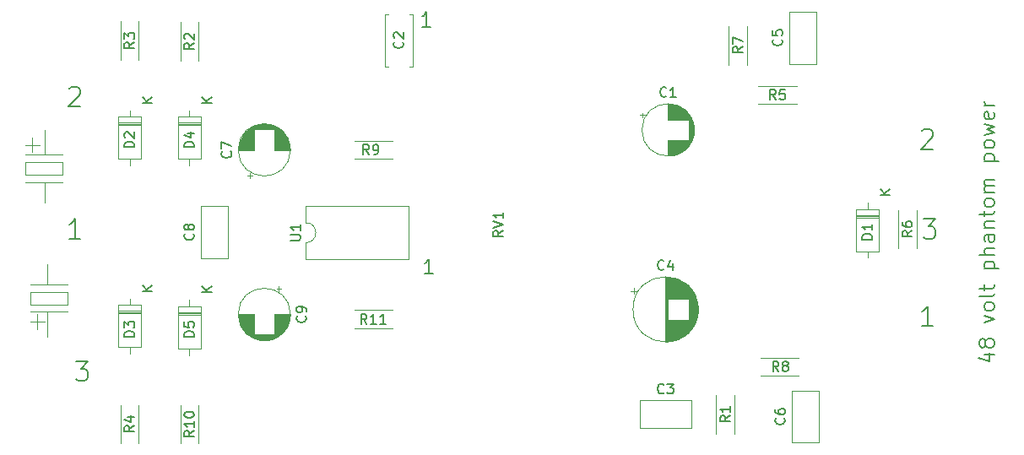
<source format=gbr>
%TF.GenerationSoftware,KiCad,Pcbnew,7.0.1-3b83917a11~172~ubuntu22.04.1*%
%TF.CreationDate,2023-03-30T15:08:59+02:00*%
%TF.ProjectId,tht-dip,7468742d-6469-4702-9e6b-696361645f70,rev?*%
%TF.SameCoordinates,Original*%
%TF.FileFunction,Legend,Top*%
%TF.FilePolarity,Positive*%
%FSLAX46Y46*%
G04 Gerber Fmt 4.6, Leading zero omitted, Abs format (unit mm)*
G04 Created by KiCad (PCBNEW 7.0.1-3b83917a11~172~ubuntu22.04.1) date 2023-03-30 15:08:59*
%MOMM*%
%LPD*%
G01*
G04 APERTURE LIST*
%ADD10C,0.120000*%
%ADD11C,0.150000*%
G04 APERTURE END LIST*
D10*
X36500000Y-49500000D02*
X36500000Y-48250000D01*
X37750000Y-65000000D02*
X37750000Y-63500000D01*
X38500000Y-64250000D02*
X37000000Y-64250000D01*
X40750000Y-61250000D02*
X40750000Y-62500000D01*
X40750000Y-63250000D02*
X37000000Y-63250000D01*
X38750000Y-65750000D02*
X38750000Y-63250000D01*
X40750000Y-62500000D02*
X37000000Y-62500000D01*
X37000000Y-62500000D02*
X37000000Y-61250000D01*
X37000000Y-61250000D02*
X40750000Y-61250000D01*
X40750000Y-60500000D02*
X37000000Y-60500000D01*
X38750000Y-60500000D02*
X38750000Y-58500000D01*
X38500000Y-45000000D02*
X38500000Y-47500000D01*
X40250000Y-49500000D02*
X36500000Y-49500000D01*
X38500000Y-47500000D02*
X36500000Y-47500000D01*
X36500000Y-46500000D02*
X38000000Y-46500000D01*
X36500000Y-48250000D02*
X40250000Y-48250000D01*
X40250000Y-48250000D02*
X40250000Y-49500000D01*
X36500000Y-50250000D02*
X40250000Y-50250000D01*
X37250000Y-45750000D02*
X37250000Y-47250000D01*
X36500000Y-47500000D02*
X40250000Y-47500000D01*
X38500000Y-50250000D02*
X38500000Y-52250000D01*
D11*
X77428572Y-59443928D02*
X76571429Y-59443928D01*
X77000000Y-59443928D02*
X77000000Y-57943928D01*
X77000000Y-57943928D02*
X76857143Y-58158214D01*
X76857143Y-58158214D02*
X76714286Y-58301071D01*
X76714286Y-58301071D02*
X76571429Y-58372500D01*
X77178572Y-34693928D02*
X76321429Y-34693928D01*
X76750000Y-34693928D02*
X76750000Y-33193928D01*
X76750000Y-33193928D02*
X76607143Y-33408214D01*
X76607143Y-33408214D02*
X76464286Y-33551071D01*
X76464286Y-33551071D02*
X76321429Y-33622500D01*
X126583333Y-53925238D02*
X127821428Y-53925238D01*
X127821428Y-53925238D02*
X127154761Y-54687142D01*
X127154761Y-54687142D02*
X127440476Y-54687142D01*
X127440476Y-54687142D02*
X127630952Y-54782380D01*
X127630952Y-54782380D02*
X127726190Y-54877619D01*
X127726190Y-54877619D02*
X127821428Y-55068095D01*
X127821428Y-55068095D02*
X127821428Y-55544285D01*
X127821428Y-55544285D02*
X127726190Y-55734761D01*
X127726190Y-55734761D02*
X127630952Y-55830000D01*
X127630952Y-55830000D02*
X127440476Y-55925238D01*
X127440476Y-55925238D02*
X126869047Y-55925238D01*
X126869047Y-55925238D02*
X126678571Y-55830000D01*
X126678571Y-55830000D02*
X126583333Y-55734761D01*
X126428571Y-45115714D02*
X126523809Y-45020476D01*
X126523809Y-45020476D02*
X126714285Y-44925238D01*
X126714285Y-44925238D02*
X127190476Y-44925238D01*
X127190476Y-44925238D02*
X127380952Y-45020476D01*
X127380952Y-45020476D02*
X127476190Y-45115714D01*
X127476190Y-45115714D02*
X127571428Y-45306190D01*
X127571428Y-45306190D02*
X127571428Y-45496666D01*
X127571428Y-45496666D02*
X127476190Y-45782380D01*
X127476190Y-45782380D02*
X126333333Y-46925238D01*
X126333333Y-46925238D02*
X127571428Y-46925238D01*
X42071428Y-55925238D02*
X40928571Y-55925238D01*
X41499999Y-55925238D02*
X41499999Y-53925238D01*
X41499999Y-53925238D02*
X41309523Y-54210952D01*
X41309523Y-54210952D02*
X41119047Y-54401428D01*
X41119047Y-54401428D02*
X40928571Y-54496666D01*
X40928571Y-40865714D02*
X41023809Y-40770476D01*
X41023809Y-40770476D02*
X41214285Y-40675238D01*
X41214285Y-40675238D02*
X41690476Y-40675238D01*
X41690476Y-40675238D02*
X41880952Y-40770476D01*
X41880952Y-40770476D02*
X41976190Y-40865714D01*
X41976190Y-40865714D02*
X42071428Y-41056190D01*
X42071428Y-41056190D02*
X42071428Y-41246666D01*
X42071428Y-41246666D02*
X41976190Y-41532380D01*
X41976190Y-41532380D02*
X40833333Y-42675238D01*
X40833333Y-42675238D02*
X42071428Y-42675238D01*
X41583333Y-68175238D02*
X42821428Y-68175238D01*
X42821428Y-68175238D02*
X42154761Y-68937142D01*
X42154761Y-68937142D02*
X42440476Y-68937142D01*
X42440476Y-68937142D02*
X42630952Y-69032380D01*
X42630952Y-69032380D02*
X42726190Y-69127619D01*
X42726190Y-69127619D02*
X42821428Y-69318095D01*
X42821428Y-69318095D02*
X42821428Y-69794285D01*
X42821428Y-69794285D02*
X42726190Y-69984761D01*
X42726190Y-69984761D02*
X42630952Y-70080000D01*
X42630952Y-70080000D02*
X42440476Y-70175238D01*
X42440476Y-70175238D02*
X41869047Y-70175238D01*
X41869047Y-70175238D02*
X41678571Y-70080000D01*
X41678571Y-70080000D02*
X41583333Y-69984761D01*
X132693928Y-67535714D02*
X133693928Y-67535714D01*
X132122500Y-67892856D02*
X133193928Y-68249999D01*
X133193928Y-68249999D02*
X133193928Y-67321428D01*
X132836785Y-66535714D02*
X132765357Y-66678571D01*
X132765357Y-66678571D02*
X132693928Y-66750000D01*
X132693928Y-66750000D02*
X132551071Y-66821428D01*
X132551071Y-66821428D02*
X132479642Y-66821428D01*
X132479642Y-66821428D02*
X132336785Y-66750000D01*
X132336785Y-66750000D02*
X132265357Y-66678571D01*
X132265357Y-66678571D02*
X132193928Y-66535714D01*
X132193928Y-66535714D02*
X132193928Y-66250000D01*
X132193928Y-66250000D02*
X132265357Y-66107143D01*
X132265357Y-66107143D02*
X132336785Y-66035714D01*
X132336785Y-66035714D02*
X132479642Y-65964285D01*
X132479642Y-65964285D02*
X132551071Y-65964285D01*
X132551071Y-65964285D02*
X132693928Y-66035714D01*
X132693928Y-66035714D02*
X132765357Y-66107143D01*
X132765357Y-66107143D02*
X132836785Y-66250000D01*
X132836785Y-66250000D02*
X132836785Y-66535714D01*
X132836785Y-66535714D02*
X132908214Y-66678571D01*
X132908214Y-66678571D02*
X132979642Y-66750000D01*
X132979642Y-66750000D02*
X133122500Y-66821428D01*
X133122500Y-66821428D02*
X133408214Y-66821428D01*
X133408214Y-66821428D02*
X133551071Y-66750000D01*
X133551071Y-66750000D02*
X133622500Y-66678571D01*
X133622500Y-66678571D02*
X133693928Y-66535714D01*
X133693928Y-66535714D02*
X133693928Y-66250000D01*
X133693928Y-66250000D02*
X133622500Y-66107143D01*
X133622500Y-66107143D02*
X133551071Y-66035714D01*
X133551071Y-66035714D02*
X133408214Y-65964285D01*
X133408214Y-65964285D02*
X133122500Y-65964285D01*
X133122500Y-65964285D02*
X132979642Y-66035714D01*
X132979642Y-66035714D02*
X132908214Y-66107143D01*
X132908214Y-66107143D02*
X132836785Y-66250000D01*
X132693928Y-64321429D02*
X133693928Y-63964286D01*
X133693928Y-63964286D02*
X132693928Y-63607143D01*
X133693928Y-62821429D02*
X133622500Y-62964286D01*
X133622500Y-62964286D02*
X133551071Y-63035715D01*
X133551071Y-63035715D02*
X133408214Y-63107143D01*
X133408214Y-63107143D02*
X132979642Y-63107143D01*
X132979642Y-63107143D02*
X132836785Y-63035715D01*
X132836785Y-63035715D02*
X132765357Y-62964286D01*
X132765357Y-62964286D02*
X132693928Y-62821429D01*
X132693928Y-62821429D02*
X132693928Y-62607143D01*
X132693928Y-62607143D02*
X132765357Y-62464286D01*
X132765357Y-62464286D02*
X132836785Y-62392858D01*
X132836785Y-62392858D02*
X132979642Y-62321429D01*
X132979642Y-62321429D02*
X133408214Y-62321429D01*
X133408214Y-62321429D02*
X133551071Y-62392858D01*
X133551071Y-62392858D02*
X133622500Y-62464286D01*
X133622500Y-62464286D02*
X133693928Y-62607143D01*
X133693928Y-62607143D02*
X133693928Y-62821429D01*
X133693928Y-61464286D02*
X133622500Y-61607143D01*
X133622500Y-61607143D02*
X133479642Y-61678572D01*
X133479642Y-61678572D02*
X132193928Y-61678572D01*
X132693928Y-61107143D02*
X132693928Y-60535715D01*
X132193928Y-60892858D02*
X133479642Y-60892858D01*
X133479642Y-60892858D02*
X133622500Y-60821429D01*
X133622500Y-60821429D02*
X133693928Y-60678572D01*
X133693928Y-60678572D02*
X133693928Y-60535715D01*
X132693928Y-58892858D02*
X134193928Y-58892858D01*
X132765357Y-58892858D02*
X132693928Y-58750001D01*
X132693928Y-58750001D02*
X132693928Y-58464286D01*
X132693928Y-58464286D02*
X132765357Y-58321429D01*
X132765357Y-58321429D02*
X132836785Y-58250001D01*
X132836785Y-58250001D02*
X132979642Y-58178572D01*
X132979642Y-58178572D02*
X133408214Y-58178572D01*
X133408214Y-58178572D02*
X133551071Y-58250001D01*
X133551071Y-58250001D02*
X133622500Y-58321429D01*
X133622500Y-58321429D02*
X133693928Y-58464286D01*
X133693928Y-58464286D02*
X133693928Y-58750001D01*
X133693928Y-58750001D02*
X133622500Y-58892858D01*
X133693928Y-57535715D02*
X132193928Y-57535715D01*
X133693928Y-56892858D02*
X132908214Y-56892858D01*
X132908214Y-56892858D02*
X132765357Y-56964286D01*
X132765357Y-56964286D02*
X132693928Y-57107143D01*
X132693928Y-57107143D02*
X132693928Y-57321429D01*
X132693928Y-57321429D02*
X132765357Y-57464286D01*
X132765357Y-57464286D02*
X132836785Y-57535715D01*
X133693928Y-55535715D02*
X132908214Y-55535715D01*
X132908214Y-55535715D02*
X132765357Y-55607143D01*
X132765357Y-55607143D02*
X132693928Y-55750000D01*
X132693928Y-55750000D02*
X132693928Y-56035715D01*
X132693928Y-56035715D02*
X132765357Y-56178572D01*
X133622500Y-55535715D02*
X133693928Y-55678572D01*
X133693928Y-55678572D02*
X133693928Y-56035715D01*
X133693928Y-56035715D02*
X133622500Y-56178572D01*
X133622500Y-56178572D02*
X133479642Y-56250000D01*
X133479642Y-56250000D02*
X133336785Y-56250000D01*
X133336785Y-56250000D02*
X133193928Y-56178572D01*
X133193928Y-56178572D02*
X133122500Y-56035715D01*
X133122500Y-56035715D02*
X133122500Y-55678572D01*
X133122500Y-55678572D02*
X133051071Y-55535715D01*
X132693928Y-54821429D02*
X133693928Y-54821429D01*
X132836785Y-54821429D02*
X132765357Y-54750000D01*
X132765357Y-54750000D02*
X132693928Y-54607143D01*
X132693928Y-54607143D02*
X132693928Y-54392857D01*
X132693928Y-54392857D02*
X132765357Y-54250000D01*
X132765357Y-54250000D02*
X132908214Y-54178572D01*
X132908214Y-54178572D02*
X133693928Y-54178572D01*
X132693928Y-53678571D02*
X132693928Y-53107143D01*
X132193928Y-53464286D02*
X133479642Y-53464286D01*
X133479642Y-53464286D02*
X133622500Y-53392857D01*
X133622500Y-53392857D02*
X133693928Y-53250000D01*
X133693928Y-53250000D02*
X133693928Y-53107143D01*
X133693928Y-52392857D02*
X133622500Y-52535714D01*
X133622500Y-52535714D02*
X133551071Y-52607143D01*
X133551071Y-52607143D02*
X133408214Y-52678571D01*
X133408214Y-52678571D02*
X132979642Y-52678571D01*
X132979642Y-52678571D02*
X132836785Y-52607143D01*
X132836785Y-52607143D02*
X132765357Y-52535714D01*
X132765357Y-52535714D02*
X132693928Y-52392857D01*
X132693928Y-52392857D02*
X132693928Y-52178571D01*
X132693928Y-52178571D02*
X132765357Y-52035714D01*
X132765357Y-52035714D02*
X132836785Y-51964286D01*
X132836785Y-51964286D02*
X132979642Y-51892857D01*
X132979642Y-51892857D02*
X133408214Y-51892857D01*
X133408214Y-51892857D02*
X133551071Y-51964286D01*
X133551071Y-51964286D02*
X133622500Y-52035714D01*
X133622500Y-52035714D02*
X133693928Y-52178571D01*
X133693928Y-52178571D02*
X133693928Y-52392857D01*
X133693928Y-51250000D02*
X132693928Y-51250000D01*
X132836785Y-51250000D02*
X132765357Y-51178571D01*
X132765357Y-51178571D02*
X132693928Y-51035714D01*
X132693928Y-51035714D02*
X132693928Y-50821428D01*
X132693928Y-50821428D02*
X132765357Y-50678571D01*
X132765357Y-50678571D02*
X132908214Y-50607143D01*
X132908214Y-50607143D02*
X133693928Y-50607143D01*
X132908214Y-50607143D02*
X132765357Y-50535714D01*
X132765357Y-50535714D02*
X132693928Y-50392857D01*
X132693928Y-50392857D02*
X132693928Y-50178571D01*
X132693928Y-50178571D02*
X132765357Y-50035714D01*
X132765357Y-50035714D02*
X132908214Y-49964285D01*
X132908214Y-49964285D02*
X133693928Y-49964285D01*
X132693928Y-48107143D02*
X134193928Y-48107143D01*
X132765357Y-48107143D02*
X132693928Y-47964286D01*
X132693928Y-47964286D02*
X132693928Y-47678571D01*
X132693928Y-47678571D02*
X132765357Y-47535714D01*
X132765357Y-47535714D02*
X132836785Y-47464286D01*
X132836785Y-47464286D02*
X132979642Y-47392857D01*
X132979642Y-47392857D02*
X133408214Y-47392857D01*
X133408214Y-47392857D02*
X133551071Y-47464286D01*
X133551071Y-47464286D02*
X133622500Y-47535714D01*
X133622500Y-47535714D02*
X133693928Y-47678571D01*
X133693928Y-47678571D02*
X133693928Y-47964286D01*
X133693928Y-47964286D02*
X133622500Y-48107143D01*
X133693928Y-46535714D02*
X133622500Y-46678571D01*
X133622500Y-46678571D02*
X133551071Y-46750000D01*
X133551071Y-46750000D02*
X133408214Y-46821428D01*
X133408214Y-46821428D02*
X132979642Y-46821428D01*
X132979642Y-46821428D02*
X132836785Y-46750000D01*
X132836785Y-46750000D02*
X132765357Y-46678571D01*
X132765357Y-46678571D02*
X132693928Y-46535714D01*
X132693928Y-46535714D02*
X132693928Y-46321428D01*
X132693928Y-46321428D02*
X132765357Y-46178571D01*
X132765357Y-46178571D02*
X132836785Y-46107143D01*
X132836785Y-46107143D02*
X132979642Y-46035714D01*
X132979642Y-46035714D02*
X133408214Y-46035714D01*
X133408214Y-46035714D02*
X133551071Y-46107143D01*
X133551071Y-46107143D02*
X133622500Y-46178571D01*
X133622500Y-46178571D02*
X133693928Y-46321428D01*
X133693928Y-46321428D02*
X133693928Y-46535714D01*
X132693928Y-45535714D02*
X133693928Y-45250000D01*
X133693928Y-45250000D02*
X132979642Y-44964285D01*
X132979642Y-44964285D02*
X133693928Y-44678571D01*
X133693928Y-44678571D02*
X132693928Y-44392857D01*
X133622500Y-43249999D02*
X133693928Y-43392856D01*
X133693928Y-43392856D02*
X133693928Y-43678571D01*
X133693928Y-43678571D02*
X133622500Y-43821428D01*
X133622500Y-43821428D02*
X133479642Y-43892856D01*
X133479642Y-43892856D02*
X132908214Y-43892856D01*
X132908214Y-43892856D02*
X132765357Y-43821428D01*
X132765357Y-43821428D02*
X132693928Y-43678571D01*
X132693928Y-43678571D02*
X132693928Y-43392856D01*
X132693928Y-43392856D02*
X132765357Y-43249999D01*
X132765357Y-43249999D02*
X132908214Y-43178571D01*
X132908214Y-43178571D02*
X133051071Y-43178571D01*
X133051071Y-43178571D02*
X133193928Y-43892856D01*
X133693928Y-42535714D02*
X132693928Y-42535714D01*
X132979642Y-42535714D02*
X132836785Y-42464285D01*
X132836785Y-42464285D02*
X132765357Y-42392857D01*
X132765357Y-42392857D02*
X132693928Y-42249999D01*
X132693928Y-42249999D02*
X132693928Y-42107142D01*
X127571428Y-64675238D02*
X126428571Y-64675238D01*
X126999999Y-64675238D02*
X126999999Y-62675238D01*
X126999999Y-62675238D02*
X126809523Y-62960952D01*
X126809523Y-62960952D02*
X126619047Y-63151428D01*
X126619047Y-63151428D02*
X126428571Y-63246666D01*
%TO.C,C3*%
X100583333Y-71367380D02*
X100535714Y-71415000D01*
X100535714Y-71415000D02*
X100392857Y-71462619D01*
X100392857Y-71462619D02*
X100297619Y-71462619D01*
X100297619Y-71462619D02*
X100154762Y-71415000D01*
X100154762Y-71415000D02*
X100059524Y-71319761D01*
X100059524Y-71319761D02*
X100011905Y-71224523D01*
X100011905Y-71224523D02*
X99964286Y-71034047D01*
X99964286Y-71034047D02*
X99964286Y-70891190D01*
X99964286Y-70891190D02*
X100011905Y-70700714D01*
X100011905Y-70700714D02*
X100059524Y-70605476D01*
X100059524Y-70605476D02*
X100154762Y-70510238D01*
X100154762Y-70510238D02*
X100297619Y-70462619D01*
X100297619Y-70462619D02*
X100392857Y-70462619D01*
X100392857Y-70462619D02*
X100535714Y-70510238D01*
X100535714Y-70510238D02*
X100583333Y-70557857D01*
X100916667Y-70462619D02*
X101535714Y-70462619D01*
X101535714Y-70462619D02*
X101202381Y-70843571D01*
X101202381Y-70843571D02*
X101345238Y-70843571D01*
X101345238Y-70843571D02*
X101440476Y-70891190D01*
X101440476Y-70891190D02*
X101488095Y-70938809D01*
X101488095Y-70938809D02*
X101535714Y-71034047D01*
X101535714Y-71034047D02*
X101535714Y-71272142D01*
X101535714Y-71272142D02*
X101488095Y-71367380D01*
X101488095Y-71367380D02*
X101440476Y-71415000D01*
X101440476Y-71415000D02*
X101345238Y-71462619D01*
X101345238Y-71462619D02*
X101059524Y-71462619D01*
X101059524Y-71462619D02*
X100964286Y-71415000D01*
X100964286Y-71415000D02*
X100916667Y-71367380D01*
%TO.C,C5*%
X112367380Y-35916666D02*
X112415000Y-35964285D01*
X112415000Y-35964285D02*
X112462619Y-36107142D01*
X112462619Y-36107142D02*
X112462619Y-36202380D01*
X112462619Y-36202380D02*
X112415000Y-36345237D01*
X112415000Y-36345237D02*
X112319761Y-36440475D01*
X112319761Y-36440475D02*
X112224523Y-36488094D01*
X112224523Y-36488094D02*
X112034047Y-36535713D01*
X112034047Y-36535713D02*
X111891190Y-36535713D01*
X111891190Y-36535713D02*
X111700714Y-36488094D01*
X111700714Y-36488094D02*
X111605476Y-36440475D01*
X111605476Y-36440475D02*
X111510238Y-36345237D01*
X111510238Y-36345237D02*
X111462619Y-36202380D01*
X111462619Y-36202380D02*
X111462619Y-36107142D01*
X111462619Y-36107142D02*
X111510238Y-35964285D01*
X111510238Y-35964285D02*
X111557857Y-35916666D01*
X111462619Y-35011904D02*
X111462619Y-35488094D01*
X111462619Y-35488094D02*
X111938809Y-35535713D01*
X111938809Y-35535713D02*
X111891190Y-35488094D01*
X111891190Y-35488094D02*
X111843571Y-35392856D01*
X111843571Y-35392856D02*
X111843571Y-35154761D01*
X111843571Y-35154761D02*
X111891190Y-35059523D01*
X111891190Y-35059523D02*
X111938809Y-35011904D01*
X111938809Y-35011904D02*
X112034047Y-34964285D01*
X112034047Y-34964285D02*
X112272142Y-34964285D01*
X112272142Y-34964285D02*
X112367380Y-35011904D01*
X112367380Y-35011904D02*
X112415000Y-35059523D01*
X112415000Y-35059523D02*
X112462619Y-35154761D01*
X112462619Y-35154761D02*
X112462619Y-35392856D01*
X112462619Y-35392856D02*
X112415000Y-35488094D01*
X112415000Y-35488094D02*
X112367380Y-35535713D01*
%TO.C,C6*%
X112617380Y-73916666D02*
X112665000Y-73964285D01*
X112665000Y-73964285D02*
X112712619Y-74107142D01*
X112712619Y-74107142D02*
X112712619Y-74202380D01*
X112712619Y-74202380D02*
X112665000Y-74345237D01*
X112665000Y-74345237D02*
X112569761Y-74440475D01*
X112569761Y-74440475D02*
X112474523Y-74488094D01*
X112474523Y-74488094D02*
X112284047Y-74535713D01*
X112284047Y-74535713D02*
X112141190Y-74535713D01*
X112141190Y-74535713D02*
X111950714Y-74488094D01*
X111950714Y-74488094D02*
X111855476Y-74440475D01*
X111855476Y-74440475D02*
X111760238Y-74345237D01*
X111760238Y-74345237D02*
X111712619Y-74202380D01*
X111712619Y-74202380D02*
X111712619Y-74107142D01*
X111712619Y-74107142D02*
X111760238Y-73964285D01*
X111760238Y-73964285D02*
X111807857Y-73916666D01*
X111712619Y-73059523D02*
X111712619Y-73249999D01*
X111712619Y-73249999D02*
X111760238Y-73345237D01*
X111760238Y-73345237D02*
X111807857Y-73392856D01*
X111807857Y-73392856D02*
X111950714Y-73488094D01*
X111950714Y-73488094D02*
X112141190Y-73535713D01*
X112141190Y-73535713D02*
X112522142Y-73535713D01*
X112522142Y-73535713D02*
X112617380Y-73488094D01*
X112617380Y-73488094D02*
X112665000Y-73440475D01*
X112665000Y-73440475D02*
X112712619Y-73345237D01*
X112712619Y-73345237D02*
X112712619Y-73154761D01*
X112712619Y-73154761D02*
X112665000Y-73059523D01*
X112665000Y-73059523D02*
X112617380Y-73011904D01*
X112617380Y-73011904D02*
X112522142Y-72964285D01*
X112522142Y-72964285D02*
X112284047Y-72964285D01*
X112284047Y-72964285D02*
X112188809Y-73011904D01*
X112188809Y-73011904D02*
X112141190Y-73059523D01*
X112141190Y-73059523D02*
X112093571Y-73154761D01*
X112093571Y-73154761D02*
X112093571Y-73345237D01*
X112093571Y-73345237D02*
X112141190Y-73440475D01*
X112141190Y-73440475D02*
X112188809Y-73488094D01*
X112188809Y-73488094D02*
X112284047Y-73535713D01*
%TO.C,C7*%
X57117380Y-47166666D02*
X57165000Y-47214285D01*
X57165000Y-47214285D02*
X57212619Y-47357142D01*
X57212619Y-47357142D02*
X57212619Y-47452380D01*
X57212619Y-47452380D02*
X57165000Y-47595237D01*
X57165000Y-47595237D02*
X57069761Y-47690475D01*
X57069761Y-47690475D02*
X56974523Y-47738094D01*
X56974523Y-47738094D02*
X56784047Y-47785713D01*
X56784047Y-47785713D02*
X56641190Y-47785713D01*
X56641190Y-47785713D02*
X56450714Y-47738094D01*
X56450714Y-47738094D02*
X56355476Y-47690475D01*
X56355476Y-47690475D02*
X56260238Y-47595237D01*
X56260238Y-47595237D02*
X56212619Y-47452380D01*
X56212619Y-47452380D02*
X56212619Y-47357142D01*
X56212619Y-47357142D02*
X56260238Y-47214285D01*
X56260238Y-47214285D02*
X56307857Y-47166666D01*
X56212619Y-46833332D02*
X56212619Y-46166666D01*
X56212619Y-46166666D02*
X57212619Y-46595237D01*
%TO.C,C8*%
X53367380Y-55416666D02*
X53415000Y-55464285D01*
X53415000Y-55464285D02*
X53462619Y-55607142D01*
X53462619Y-55607142D02*
X53462619Y-55702380D01*
X53462619Y-55702380D02*
X53415000Y-55845237D01*
X53415000Y-55845237D02*
X53319761Y-55940475D01*
X53319761Y-55940475D02*
X53224523Y-55988094D01*
X53224523Y-55988094D02*
X53034047Y-56035713D01*
X53034047Y-56035713D02*
X52891190Y-56035713D01*
X52891190Y-56035713D02*
X52700714Y-55988094D01*
X52700714Y-55988094D02*
X52605476Y-55940475D01*
X52605476Y-55940475D02*
X52510238Y-55845237D01*
X52510238Y-55845237D02*
X52462619Y-55702380D01*
X52462619Y-55702380D02*
X52462619Y-55607142D01*
X52462619Y-55607142D02*
X52510238Y-55464285D01*
X52510238Y-55464285D02*
X52557857Y-55416666D01*
X52891190Y-54845237D02*
X52843571Y-54940475D01*
X52843571Y-54940475D02*
X52795952Y-54988094D01*
X52795952Y-54988094D02*
X52700714Y-55035713D01*
X52700714Y-55035713D02*
X52653095Y-55035713D01*
X52653095Y-55035713D02*
X52557857Y-54988094D01*
X52557857Y-54988094D02*
X52510238Y-54940475D01*
X52510238Y-54940475D02*
X52462619Y-54845237D01*
X52462619Y-54845237D02*
X52462619Y-54654761D01*
X52462619Y-54654761D02*
X52510238Y-54559523D01*
X52510238Y-54559523D02*
X52557857Y-54511904D01*
X52557857Y-54511904D02*
X52653095Y-54464285D01*
X52653095Y-54464285D02*
X52700714Y-54464285D01*
X52700714Y-54464285D02*
X52795952Y-54511904D01*
X52795952Y-54511904D02*
X52843571Y-54559523D01*
X52843571Y-54559523D02*
X52891190Y-54654761D01*
X52891190Y-54654761D02*
X52891190Y-54845237D01*
X52891190Y-54845237D02*
X52938809Y-54940475D01*
X52938809Y-54940475D02*
X52986428Y-54988094D01*
X52986428Y-54988094D02*
X53081666Y-55035713D01*
X53081666Y-55035713D02*
X53272142Y-55035713D01*
X53272142Y-55035713D02*
X53367380Y-54988094D01*
X53367380Y-54988094D02*
X53415000Y-54940475D01*
X53415000Y-54940475D02*
X53462619Y-54845237D01*
X53462619Y-54845237D02*
X53462619Y-54654761D01*
X53462619Y-54654761D02*
X53415000Y-54559523D01*
X53415000Y-54559523D02*
X53367380Y-54511904D01*
X53367380Y-54511904D02*
X53272142Y-54464285D01*
X53272142Y-54464285D02*
X53081666Y-54464285D01*
X53081666Y-54464285D02*
X52986428Y-54511904D01*
X52986428Y-54511904D02*
X52938809Y-54559523D01*
X52938809Y-54559523D02*
X52891190Y-54654761D01*
%TO.C,C9*%
X64617380Y-63666666D02*
X64665000Y-63714285D01*
X64665000Y-63714285D02*
X64712619Y-63857142D01*
X64712619Y-63857142D02*
X64712619Y-63952380D01*
X64712619Y-63952380D02*
X64665000Y-64095237D01*
X64665000Y-64095237D02*
X64569761Y-64190475D01*
X64569761Y-64190475D02*
X64474523Y-64238094D01*
X64474523Y-64238094D02*
X64284047Y-64285713D01*
X64284047Y-64285713D02*
X64141190Y-64285713D01*
X64141190Y-64285713D02*
X63950714Y-64238094D01*
X63950714Y-64238094D02*
X63855476Y-64190475D01*
X63855476Y-64190475D02*
X63760238Y-64095237D01*
X63760238Y-64095237D02*
X63712619Y-63952380D01*
X63712619Y-63952380D02*
X63712619Y-63857142D01*
X63712619Y-63857142D02*
X63760238Y-63714285D01*
X63760238Y-63714285D02*
X63807857Y-63666666D01*
X64712619Y-63190475D02*
X64712619Y-62999999D01*
X64712619Y-62999999D02*
X64665000Y-62904761D01*
X64665000Y-62904761D02*
X64617380Y-62857142D01*
X64617380Y-62857142D02*
X64474523Y-62761904D01*
X64474523Y-62761904D02*
X64284047Y-62714285D01*
X64284047Y-62714285D02*
X63903095Y-62714285D01*
X63903095Y-62714285D02*
X63807857Y-62761904D01*
X63807857Y-62761904D02*
X63760238Y-62809523D01*
X63760238Y-62809523D02*
X63712619Y-62904761D01*
X63712619Y-62904761D02*
X63712619Y-63095237D01*
X63712619Y-63095237D02*
X63760238Y-63190475D01*
X63760238Y-63190475D02*
X63807857Y-63238094D01*
X63807857Y-63238094D02*
X63903095Y-63285713D01*
X63903095Y-63285713D02*
X64141190Y-63285713D01*
X64141190Y-63285713D02*
X64236428Y-63238094D01*
X64236428Y-63238094D02*
X64284047Y-63190475D01*
X64284047Y-63190475D02*
X64331666Y-63095237D01*
X64331666Y-63095237D02*
X64331666Y-62904761D01*
X64331666Y-62904761D02*
X64284047Y-62809523D01*
X64284047Y-62809523D02*
X64236428Y-62761904D01*
X64236428Y-62761904D02*
X64141190Y-62714285D01*
%TO.C,D1*%
X121462619Y-55988094D02*
X120462619Y-55988094D01*
X120462619Y-55988094D02*
X120462619Y-55749999D01*
X120462619Y-55749999D02*
X120510238Y-55607142D01*
X120510238Y-55607142D02*
X120605476Y-55511904D01*
X120605476Y-55511904D02*
X120700714Y-55464285D01*
X120700714Y-55464285D02*
X120891190Y-55416666D01*
X120891190Y-55416666D02*
X121034047Y-55416666D01*
X121034047Y-55416666D02*
X121224523Y-55464285D01*
X121224523Y-55464285D02*
X121319761Y-55511904D01*
X121319761Y-55511904D02*
X121415000Y-55607142D01*
X121415000Y-55607142D02*
X121462619Y-55749999D01*
X121462619Y-55749999D02*
X121462619Y-55988094D01*
X121462619Y-54464285D02*
X121462619Y-55035713D01*
X121462619Y-54749999D02*
X120462619Y-54749999D01*
X120462619Y-54749999D02*
X120605476Y-54845237D01*
X120605476Y-54845237D02*
X120700714Y-54940475D01*
X120700714Y-54940475D02*
X120748333Y-55035713D01*
X123262619Y-51511904D02*
X122262619Y-51511904D01*
X123262619Y-50940476D02*
X122691190Y-51369047D01*
X122262619Y-50940476D02*
X122834047Y-51511904D01*
%TO.C,D2*%
X47462619Y-46738094D02*
X46462619Y-46738094D01*
X46462619Y-46738094D02*
X46462619Y-46499999D01*
X46462619Y-46499999D02*
X46510238Y-46357142D01*
X46510238Y-46357142D02*
X46605476Y-46261904D01*
X46605476Y-46261904D02*
X46700714Y-46214285D01*
X46700714Y-46214285D02*
X46891190Y-46166666D01*
X46891190Y-46166666D02*
X47034047Y-46166666D01*
X47034047Y-46166666D02*
X47224523Y-46214285D01*
X47224523Y-46214285D02*
X47319761Y-46261904D01*
X47319761Y-46261904D02*
X47415000Y-46357142D01*
X47415000Y-46357142D02*
X47462619Y-46499999D01*
X47462619Y-46499999D02*
X47462619Y-46738094D01*
X46557857Y-45785713D02*
X46510238Y-45738094D01*
X46510238Y-45738094D02*
X46462619Y-45642856D01*
X46462619Y-45642856D02*
X46462619Y-45404761D01*
X46462619Y-45404761D02*
X46510238Y-45309523D01*
X46510238Y-45309523D02*
X46557857Y-45261904D01*
X46557857Y-45261904D02*
X46653095Y-45214285D01*
X46653095Y-45214285D02*
X46748333Y-45214285D01*
X46748333Y-45214285D02*
X46891190Y-45261904D01*
X46891190Y-45261904D02*
X47462619Y-45833332D01*
X47462619Y-45833332D02*
X47462619Y-45214285D01*
X49262619Y-42261904D02*
X48262619Y-42261904D01*
X49262619Y-41690476D02*
X48691190Y-42119047D01*
X48262619Y-41690476D02*
X48834047Y-42261904D01*
%TO.C,D3*%
X47462619Y-65738094D02*
X46462619Y-65738094D01*
X46462619Y-65738094D02*
X46462619Y-65499999D01*
X46462619Y-65499999D02*
X46510238Y-65357142D01*
X46510238Y-65357142D02*
X46605476Y-65261904D01*
X46605476Y-65261904D02*
X46700714Y-65214285D01*
X46700714Y-65214285D02*
X46891190Y-65166666D01*
X46891190Y-65166666D02*
X47034047Y-65166666D01*
X47034047Y-65166666D02*
X47224523Y-65214285D01*
X47224523Y-65214285D02*
X47319761Y-65261904D01*
X47319761Y-65261904D02*
X47415000Y-65357142D01*
X47415000Y-65357142D02*
X47462619Y-65499999D01*
X47462619Y-65499999D02*
X47462619Y-65738094D01*
X46462619Y-64833332D02*
X46462619Y-64214285D01*
X46462619Y-64214285D02*
X46843571Y-64547618D01*
X46843571Y-64547618D02*
X46843571Y-64404761D01*
X46843571Y-64404761D02*
X46891190Y-64309523D01*
X46891190Y-64309523D02*
X46938809Y-64261904D01*
X46938809Y-64261904D02*
X47034047Y-64214285D01*
X47034047Y-64214285D02*
X47272142Y-64214285D01*
X47272142Y-64214285D02*
X47367380Y-64261904D01*
X47367380Y-64261904D02*
X47415000Y-64309523D01*
X47415000Y-64309523D02*
X47462619Y-64404761D01*
X47462619Y-64404761D02*
X47462619Y-64690475D01*
X47462619Y-64690475D02*
X47415000Y-64785713D01*
X47415000Y-64785713D02*
X47367380Y-64833332D01*
X49262619Y-61141904D02*
X48262619Y-61141904D01*
X49262619Y-60570476D02*
X48691190Y-60999047D01*
X48262619Y-60570476D02*
X48834047Y-61141904D01*
%TO.C,D4*%
X53462619Y-46738094D02*
X52462619Y-46738094D01*
X52462619Y-46738094D02*
X52462619Y-46499999D01*
X52462619Y-46499999D02*
X52510238Y-46357142D01*
X52510238Y-46357142D02*
X52605476Y-46261904D01*
X52605476Y-46261904D02*
X52700714Y-46214285D01*
X52700714Y-46214285D02*
X52891190Y-46166666D01*
X52891190Y-46166666D02*
X53034047Y-46166666D01*
X53034047Y-46166666D02*
X53224523Y-46214285D01*
X53224523Y-46214285D02*
X53319761Y-46261904D01*
X53319761Y-46261904D02*
X53415000Y-46357142D01*
X53415000Y-46357142D02*
X53462619Y-46499999D01*
X53462619Y-46499999D02*
X53462619Y-46738094D01*
X52795952Y-45309523D02*
X53462619Y-45309523D01*
X52415000Y-45547618D02*
X53129285Y-45785713D01*
X53129285Y-45785713D02*
X53129285Y-45166666D01*
X55262619Y-42261904D02*
X54262619Y-42261904D01*
X55262619Y-41690476D02*
X54691190Y-42119047D01*
X54262619Y-41690476D02*
X54834047Y-42261904D01*
%TO.C,D5*%
X53462619Y-65738094D02*
X52462619Y-65738094D01*
X52462619Y-65738094D02*
X52462619Y-65499999D01*
X52462619Y-65499999D02*
X52510238Y-65357142D01*
X52510238Y-65357142D02*
X52605476Y-65261904D01*
X52605476Y-65261904D02*
X52700714Y-65214285D01*
X52700714Y-65214285D02*
X52891190Y-65166666D01*
X52891190Y-65166666D02*
X53034047Y-65166666D01*
X53034047Y-65166666D02*
X53224523Y-65214285D01*
X53224523Y-65214285D02*
X53319761Y-65261904D01*
X53319761Y-65261904D02*
X53415000Y-65357142D01*
X53415000Y-65357142D02*
X53462619Y-65499999D01*
X53462619Y-65499999D02*
X53462619Y-65738094D01*
X52462619Y-64261904D02*
X52462619Y-64738094D01*
X52462619Y-64738094D02*
X52938809Y-64785713D01*
X52938809Y-64785713D02*
X52891190Y-64738094D01*
X52891190Y-64738094D02*
X52843571Y-64642856D01*
X52843571Y-64642856D02*
X52843571Y-64404761D01*
X52843571Y-64404761D02*
X52891190Y-64309523D01*
X52891190Y-64309523D02*
X52938809Y-64261904D01*
X52938809Y-64261904D02*
X53034047Y-64214285D01*
X53034047Y-64214285D02*
X53272142Y-64214285D01*
X53272142Y-64214285D02*
X53367380Y-64261904D01*
X53367380Y-64261904D02*
X53415000Y-64309523D01*
X53415000Y-64309523D02*
X53462619Y-64404761D01*
X53462619Y-64404761D02*
X53462619Y-64642856D01*
X53462619Y-64642856D02*
X53415000Y-64738094D01*
X53415000Y-64738094D02*
X53367380Y-64785713D01*
X55262619Y-61261904D02*
X54262619Y-61261904D01*
X55262619Y-60690476D02*
X54691190Y-61119047D01*
X54262619Y-60690476D02*
X54834047Y-61261904D01*
%TO.C,R1*%
X107212619Y-73666666D02*
X106736428Y-73999999D01*
X107212619Y-74238094D02*
X106212619Y-74238094D01*
X106212619Y-74238094D02*
X106212619Y-73857142D01*
X106212619Y-73857142D02*
X106260238Y-73761904D01*
X106260238Y-73761904D02*
X106307857Y-73714285D01*
X106307857Y-73714285D02*
X106403095Y-73666666D01*
X106403095Y-73666666D02*
X106545952Y-73666666D01*
X106545952Y-73666666D02*
X106641190Y-73714285D01*
X106641190Y-73714285D02*
X106688809Y-73761904D01*
X106688809Y-73761904D02*
X106736428Y-73857142D01*
X106736428Y-73857142D02*
X106736428Y-74238094D01*
X107212619Y-72714285D02*
X107212619Y-73285713D01*
X107212619Y-72999999D02*
X106212619Y-72999999D01*
X106212619Y-72999999D02*
X106355476Y-73095237D01*
X106355476Y-73095237D02*
X106450714Y-73190475D01*
X106450714Y-73190475D02*
X106498333Y-73285713D01*
%TO.C,R2*%
X53462619Y-36286666D02*
X52986428Y-36619999D01*
X53462619Y-36858094D02*
X52462619Y-36858094D01*
X52462619Y-36858094D02*
X52462619Y-36477142D01*
X52462619Y-36477142D02*
X52510238Y-36381904D01*
X52510238Y-36381904D02*
X52557857Y-36334285D01*
X52557857Y-36334285D02*
X52653095Y-36286666D01*
X52653095Y-36286666D02*
X52795952Y-36286666D01*
X52795952Y-36286666D02*
X52891190Y-36334285D01*
X52891190Y-36334285D02*
X52938809Y-36381904D01*
X52938809Y-36381904D02*
X52986428Y-36477142D01*
X52986428Y-36477142D02*
X52986428Y-36858094D01*
X52557857Y-35905713D02*
X52510238Y-35858094D01*
X52510238Y-35858094D02*
X52462619Y-35762856D01*
X52462619Y-35762856D02*
X52462619Y-35524761D01*
X52462619Y-35524761D02*
X52510238Y-35429523D01*
X52510238Y-35429523D02*
X52557857Y-35381904D01*
X52557857Y-35381904D02*
X52653095Y-35334285D01*
X52653095Y-35334285D02*
X52748333Y-35334285D01*
X52748333Y-35334285D02*
X52891190Y-35381904D01*
X52891190Y-35381904D02*
X53462619Y-35953332D01*
X53462619Y-35953332D02*
X53462619Y-35334285D01*
%TO.C,R3*%
X47462619Y-36206666D02*
X46986428Y-36539999D01*
X47462619Y-36778094D02*
X46462619Y-36778094D01*
X46462619Y-36778094D02*
X46462619Y-36397142D01*
X46462619Y-36397142D02*
X46510238Y-36301904D01*
X46510238Y-36301904D02*
X46557857Y-36254285D01*
X46557857Y-36254285D02*
X46653095Y-36206666D01*
X46653095Y-36206666D02*
X46795952Y-36206666D01*
X46795952Y-36206666D02*
X46891190Y-36254285D01*
X46891190Y-36254285D02*
X46938809Y-36301904D01*
X46938809Y-36301904D02*
X46986428Y-36397142D01*
X46986428Y-36397142D02*
X46986428Y-36778094D01*
X46462619Y-35873332D02*
X46462619Y-35254285D01*
X46462619Y-35254285D02*
X46843571Y-35587618D01*
X46843571Y-35587618D02*
X46843571Y-35444761D01*
X46843571Y-35444761D02*
X46891190Y-35349523D01*
X46891190Y-35349523D02*
X46938809Y-35301904D01*
X46938809Y-35301904D02*
X47034047Y-35254285D01*
X47034047Y-35254285D02*
X47272142Y-35254285D01*
X47272142Y-35254285D02*
X47367380Y-35301904D01*
X47367380Y-35301904D02*
X47415000Y-35349523D01*
X47415000Y-35349523D02*
X47462619Y-35444761D01*
X47462619Y-35444761D02*
X47462619Y-35730475D01*
X47462619Y-35730475D02*
X47415000Y-35825713D01*
X47415000Y-35825713D02*
X47367380Y-35873332D01*
%TO.C,R4*%
X47462619Y-74666666D02*
X46986428Y-74999999D01*
X47462619Y-75238094D02*
X46462619Y-75238094D01*
X46462619Y-75238094D02*
X46462619Y-74857142D01*
X46462619Y-74857142D02*
X46510238Y-74761904D01*
X46510238Y-74761904D02*
X46557857Y-74714285D01*
X46557857Y-74714285D02*
X46653095Y-74666666D01*
X46653095Y-74666666D02*
X46795952Y-74666666D01*
X46795952Y-74666666D02*
X46891190Y-74714285D01*
X46891190Y-74714285D02*
X46938809Y-74761904D01*
X46938809Y-74761904D02*
X46986428Y-74857142D01*
X46986428Y-74857142D02*
X46986428Y-75238094D01*
X46795952Y-73809523D02*
X47462619Y-73809523D01*
X46415000Y-74047618D02*
X47129285Y-74285713D01*
X47129285Y-74285713D02*
X47129285Y-73666666D01*
%TO.C,R5*%
X111793333Y-41962619D02*
X111460000Y-41486428D01*
X111221905Y-41962619D02*
X111221905Y-40962619D01*
X111221905Y-40962619D02*
X111602857Y-40962619D01*
X111602857Y-40962619D02*
X111698095Y-41010238D01*
X111698095Y-41010238D02*
X111745714Y-41057857D01*
X111745714Y-41057857D02*
X111793333Y-41153095D01*
X111793333Y-41153095D02*
X111793333Y-41295952D01*
X111793333Y-41295952D02*
X111745714Y-41391190D01*
X111745714Y-41391190D02*
X111698095Y-41438809D01*
X111698095Y-41438809D02*
X111602857Y-41486428D01*
X111602857Y-41486428D02*
X111221905Y-41486428D01*
X112698095Y-40962619D02*
X112221905Y-40962619D01*
X112221905Y-40962619D02*
X112174286Y-41438809D01*
X112174286Y-41438809D02*
X112221905Y-41391190D01*
X112221905Y-41391190D02*
X112317143Y-41343571D01*
X112317143Y-41343571D02*
X112555238Y-41343571D01*
X112555238Y-41343571D02*
X112650476Y-41391190D01*
X112650476Y-41391190D02*
X112698095Y-41438809D01*
X112698095Y-41438809D02*
X112745714Y-41534047D01*
X112745714Y-41534047D02*
X112745714Y-41772142D01*
X112745714Y-41772142D02*
X112698095Y-41867380D01*
X112698095Y-41867380D02*
X112650476Y-41915000D01*
X112650476Y-41915000D02*
X112555238Y-41962619D01*
X112555238Y-41962619D02*
X112317143Y-41962619D01*
X112317143Y-41962619D02*
X112221905Y-41915000D01*
X112221905Y-41915000D02*
X112174286Y-41867380D01*
%TO.C,R6*%
X125462619Y-55126666D02*
X124986428Y-55459999D01*
X125462619Y-55698094D02*
X124462619Y-55698094D01*
X124462619Y-55698094D02*
X124462619Y-55317142D01*
X124462619Y-55317142D02*
X124510238Y-55221904D01*
X124510238Y-55221904D02*
X124557857Y-55174285D01*
X124557857Y-55174285D02*
X124653095Y-55126666D01*
X124653095Y-55126666D02*
X124795952Y-55126666D01*
X124795952Y-55126666D02*
X124891190Y-55174285D01*
X124891190Y-55174285D02*
X124938809Y-55221904D01*
X124938809Y-55221904D02*
X124986428Y-55317142D01*
X124986428Y-55317142D02*
X124986428Y-55698094D01*
X124462619Y-54269523D02*
X124462619Y-54459999D01*
X124462619Y-54459999D02*
X124510238Y-54555237D01*
X124510238Y-54555237D02*
X124557857Y-54602856D01*
X124557857Y-54602856D02*
X124700714Y-54698094D01*
X124700714Y-54698094D02*
X124891190Y-54745713D01*
X124891190Y-54745713D02*
X125272142Y-54745713D01*
X125272142Y-54745713D02*
X125367380Y-54698094D01*
X125367380Y-54698094D02*
X125415000Y-54650475D01*
X125415000Y-54650475D02*
X125462619Y-54555237D01*
X125462619Y-54555237D02*
X125462619Y-54364761D01*
X125462619Y-54364761D02*
X125415000Y-54269523D01*
X125415000Y-54269523D02*
X125367380Y-54221904D01*
X125367380Y-54221904D02*
X125272142Y-54174285D01*
X125272142Y-54174285D02*
X125034047Y-54174285D01*
X125034047Y-54174285D02*
X124938809Y-54221904D01*
X124938809Y-54221904D02*
X124891190Y-54269523D01*
X124891190Y-54269523D02*
X124843571Y-54364761D01*
X124843571Y-54364761D02*
X124843571Y-54555237D01*
X124843571Y-54555237D02*
X124891190Y-54650475D01*
X124891190Y-54650475D02*
X124938809Y-54698094D01*
X124938809Y-54698094D02*
X125034047Y-54745713D01*
%TO.C,R7*%
X108462619Y-36666666D02*
X107986428Y-36999999D01*
X108462619Y-37238094D02*
X107462619Y-37238094D01*
X107462619Y-37238094D02*
X107462619Y-36857142D01*
X107462619Y-36857142D02*
X107510238Y-36761904D01*
X107510238Y-36761904D02*
X107557857Y-36714285D01*
X107557857Y-36714285D02*
X107653095Y-36666666D01*
X107653095Y-36666666D02*
X107795952Y-36666666D01*
X107795952Y-36666666D02*
X107891190Y-36714285D01*
X107891190Y-36714285D02*
X107938809Y-36761904D01*
X107938809Y-36761904D02*
X107986428Y-36857142D01*
X107986428Y-36857142D02*
X107986428Y-37238094D01*
X107462619Y-36333332D02*
X107462619Y-35666666D01*
X107462619Y-35666666D02*
X108462619Y-36095237D01*
%TO.C,R8*%
X112083333Y-69212619D02*
X111750000Y-68736428D01*
X111511905Y-69212619D02*
X111511905Y-68212619D01*
X111511905Y-68212619D02*
X111892857Y-68212619D01*
X111892857Y-68212619D02*
X111988095Y-68260238D01*
X111988095Y-68260238D02*
X112035714Y-68307857D01*
X112035714Y-68307857D02*
X112083333Y-68403095D01*
X112083333Y-68403095D02*
X112083333Y-68545952D01*
X112083333Y-68545952D02*
X112035714Y-68641190D01*
X112035714Y-68641190D02*
X111988095Y-68688809D01*
X111988095Y-68688809D02*
X111892857Y-68736428D01*
X111892857Y-68736428D02*
X111511905Y-68736428D01*
X112654762Y-68641190D02*
X112559524Y-68593571D01*
X112559524Y-68593571D02*
X112511905Y-68545952D01*
X112511905Y-68545952D02*
X112464286Y-68450714D01*
X112464286Y-68450714D02*
X112464286Y-68403095D01*
X112464286Y-68403095D02*
X112511905Y-68307857D01*
X112511905Y-68307857D02*
X112559524Y-68260238D01*
X112559524Y-68260238D02*
X112654762Y-68212619D01*
X112654762Y-68212619D02*
X112845238Y-68212619D01*
X112845238Y-68212619D02*
X112940476Y-68260238D01*
X112940476Y-68260238D02*
X112988095Y-68307857D01*
X112988095Y-68307857D02*
X113035714Y-68403095D01*
X113035714Y-68403095D02*
X113035714Y-68450714D01*
X113035714Y-68450714D02*
X112988095Y-68545952D01*
X112988095Y-68545952D02*
X112940476Y-68593571D01*
X112940476Y-68593571D02*
X112845238Y-68641190D01*
X112845238Y-68641190D02*
X112654762Y-68641190D01*
X112654762Y-68641190D02*
X112559524Y-68688809D01*
X112559524Y-68688809D02*
X112511905Y-68736428D01*
X112511905Y-68736428D02*
X112464286Y-68831666D01*
X112464286Y-68831666D02*
X112464286Y-69022142D01*
X112464286Y-69022142D02*
X112511905Y-69117380D01*
X112511905Y-69117380D02*
X112559524Y-69165000D01*
X112559524Y-69165000D02*
X112654762Y-69212619D01*
X112654762Y-69212619D02*
X112845238Y-69212619D01*
X112845238Y-69212619D02*
X112940476Y-69165000D01*
X112940476Y-69165000D02*
X112988095Y-69117380D01*
X112988095Y-69117380D02*
X113035714Y-69022142D01*
X113035714Y-69022142D02*
X113035714Y-68831666D01*
X113035714Y-68831666D02*
X112988095Y-68736428D01*
X112988095Y-68736428D02*
X112940476Y-68688809D01*
X112940476Y-68688809D02*
X112845238Y-68641190D01*
%TO.C,R9*%
X71003333Y-47462619D02*
X70670000Y-46986428D01*
X70431905Y-47462619D02*
X70431905Y-46462619D01*
X70431905Y-46462619D02*
X70812857Y-46462619D01*
X70812857Y-46462619D02*
X70908095Y-46510238D01*
X70908095Y-46510238D02*
X70955714Y-46557857D01*
X70955714Y-46557857D02*
X71003333Y-46653095D01*
X71003333Y-46653095D02*
X71003333Y-46795952D01*
X71003333Y-46795952D02*
X70955714Y-46891190D01*
X70955714Y-46891190D02*
X70908095Y-46938809D01*
X70908095Y-46938809D02*
X70812857Y-46986428D01*
X70812857Y-46986428D02*
X70431905Y-46986428D01*
X71479524Y-47462619D02*
X71670000Y-47462619D01*
X71670000Y-47462619D02*
X71765238Y-47415000D01*
X71765238Y-47415000D02*
X71812857Y-47367380D01*
X71812857Y-47367380D02*
X71908095Y-47224523D01*
X71908095Y-47224523D02*
X71955714Y-47034047D01*
X71955714Y-47034047D02*
X71955714Y-46653095D01*
X71955714Y-46653095D02*
X71908095Y-46557857D01*
X71908095Y-46557857D02*
X71860476Y-46510238D01*
X71860476Y-46510238D02*
X71765238Y-46462619D01*
X71765238Y-46462619D02*
X71574762Y-46462619D01*
X71574762Y-46462619D02*
X71479524Y-46510238D01*
X71479524Y-46510238D02*
X71431905Y-46557857D01*
X71431905Y-46557857D02*
X71384286Y-46653095D01*
X71384286Y-46653095D02*
X71384286Y-46891190D01*
X71384286Y-46891190D02*
X71431905Y-46986428D01*
X71431905Y-46986428D02*
X71479524Y-47034047D01*
X71479524Y-47034047D02*
X71574762Y-47081666D01*
X71574762Y-47081666D02*
X71765238Y-47081666D01*
X71765238Y-47081666D02*
X71860476Y-47034047D01*
X71860476Y-47034047D02*
X71908095Y-46986428D01*
X71908095Y-46986428D02*
X71955714Y-46891190D01*
%TO.C,R10*%
X53462619Y-75182857D02*
X52986428Y-75516190D01*
X53462619Y-75754285D02*
X52462619Y-75754285D01*
X52462619Y-75754285D02*
X52462619Y-75373333D01*
X52462619Y-75373333D02*
X52510238Y-75278095D01*
X52510238Y-75278095D02*
X52557857Y-75230476D01*
X52557857Y-75230476D02*
X52653095Y-75182857D01*
X52653095Y-75182857D02*
X52795952Y-75182857D01*
X52795952Y-75182857D02*
X52891190Y-75230476D01*
X52891190Y-75230476D02*
X52938809Y-75278095D01*
X52938809Y-75278095D02*
X52986428Y-75373333D01*
X52986428Y-75373333D02*
X52986428Y-75754285D01*
X53462619Y-74230476D02*
X53462619Y-74801904D01*
X53462619Y-74516190D02*
X52462619Y-74516190D01*
X52462619Y-74516190D02*
X52605476Y-74611428D01*
X52605476Y-74611428D02*
X52700714Y-74706666D01*
X52700714Y-74706666D02*
X52748333Y-74801904D01*
X52462619Y-73611428D02*
X52462619Y-73516190D01*
X52462619Y-73516190D02*
X52510238Y-73420952D01*
X52510238Y-73420952D02*
X52557857Y-73373333D01*
X52557857Y-73373333D02*
X52653095Y-73325714D01*
X52653095Y-73325714D02*
X52843571Y-73278095D01*
X52843571Y-73278095D02*
X53081666Y-73278095D01*
X53081666Y-73278095D02*
X53272142Y-73325714D01*
X53272142Y-73325714D02*
X53367380Y-73373333D01*
X53367380Y-73373333D02*
X53415000Y-73420952D01*
X53415000Y-73420952D02*
X53462619Y-73516190D01*
X53462619Y-73516190D02*
X53462619Y-73611428D01*
X53462619Y-73611428D02*
X53415000Y-73706666D01*
X53415000Y-73706666D02*
X53367380Y-73754285D01*
X53367380Y-73754285D02*
X53272142Y-73801904D01*
X53272142Y-73801904D02*
X53081666Y-73849523D01*
X53081666Y-73849523D02*
X52843571Y-73849523D01*
X52843571Y-73849523D02*
X52653095Y-73801904D01*
X52653095Y-73801904D02*
X52557857Y-73754285D01*
X52557857Y-73754285D02*
X52510238Y-73706666D01*
X52510238Y-73706666D02*
X52462619Y-73611428D01*
%TO.C,R11*%
X70777142Y-64462619D02*
X70443809Y-63986428D01*
X70205714Y-64462619D02*
X70205714Y-63462619D01*
X70205714Y-63462619D02*
X70586666Y-63462619D01*
X70586666Y-63462619D02*
X70681904Y-63510238D01*
X70681904Y-63510238D02*
X70729523Y-63557857D01*
X70729523Y-63557857D02*
X70777142Y-63653095D01*
X70777142Y-63653095D02*
X70777142Y-63795952D01*
X70777142Y-63795952D02*
X70729523Y-63891190D01*
X70729523Y-63891190D02*
X70681904Y-63938809D01*
X70681904Y-63938809D02*
X70586666Y-63986428D01*
X70586666Y-63986428D02*
X70205714Y-63986428D01*
X71729523Y-64462619D02*
X71158095Y-64462619D01*
X71443809Y-64462619D02*
X71443809Y-63462619D01*
X71443809Y-63462619D02*
X71348571Y-63605476D01*
X71348571Y-63605476D02*
X71253333Y-63700714D01*
X71253333Y-63700714D02*
X71158095Y-63748333D01*
X72681904Y-64462619D02*
X72110476Y-64462619D01*
X72396190Y-64462619D02*
X72396190Y-63462619D01*
X72396190Y-63462619D02*
X72300952Y-63605476D01*
X72300952Y-63605476D02*
X72205714Y-63700714D01*
X72205714Y-63700714D02*
X72110476Y-63748333D01*
%TO.C,C2*%
X74367380Y-36166666D02*
X74415000Y-36214285D01*
X74415000Y-36214285D02*
X74462619Y-36357142D01*
X74462619Y-36357142D02*
X74462619Y-36452380D01*
X74462619Y-36452380D02*
X74415000Y-36595237D01*
X74415000Y-36595237D02*
X74319761Y-36690475D01*
X74319761Y-36690475D02*
X74224523Y-36738094D01*
X74224523Y-36738094D02*
X74034047Y-36785713D01*
X74034047Y-36785713D02*
X73891190Y-36785713D01*
X73891190Y-36785713D02*
X73700714Y-36738094D01*
X73700714Y-36738094D02*
X73605476Y-36690475D01*
X73605476Y-36690475D02*
X73510238Y-36595237D01*
X73510238Y-36595237D02*
X73462619Y-36452380D01*
X73462619Y-36452380D02*
X73462619Y-36357142D01*
X73462619Y-36357142D02*
X73510238Y-36214285D01*
X73510238Y-36214285D02*
X73557857Y-36166666D01*
X73557857Y-35785713D02*
X73510238Y-35738094D01*
X73510238Y-35738094D02*
X73462619Y-35642856D01*
X73462619Y-35642856D02*
X73462619Y-35404761D01*
X73462619Y-35404761D02*
X73510238Y-35309523D01*
X73510238Y-35309523D02*
X73557857Y-35261904D01*
X73557857Y-35261904D02*
X73653095Y-35214285D01*
X73653095Y-35214285D02*
X73748333Y-35214285D01*
X73748333Y-35214285D02*
X73891190Y-35261904D01*
X73891190Y-35261904D02*
X74462619Y-35833332D01*
X74462619Y-35833332D02*
X74462619Y-35214285D01*
%TO.C,C1*%
X100833333Y-41617380D02*
X100785714Y-41665000D01*
X100785714Y-41665000D02*
X100642857Y-41712619D01*
X100642857Y-41712619D02*
X100547619Y-41712619D01*
X100547619Y-41712619D02*
X100404762Y-41665000D01*
X100404762Y-41665000D02*
X100309524Y-41569761D01*
X100309524Y-41569761D02*
X100261905Y-41474523D01*
X100261905Y-41474523D02*
X100214286Y-41284047D01*
X100214286Y-41284047D02*
X100214286Y-41141190D01*
X100214286Y-41141190D02*
X100261905Y-40950714D01*
X100261905Y-40950714D02*
X100309524Y-40855476D01*
X100309524Y-40855476D02*
X100404762Y-40760238D01*
X100404762Y-40760238D02*
X100547619Y-40712619D01*
X100547619Y-40712619D02*
X100642857Y-40712619D01*
X100642857Y-40712619D02*
X100785714Y-40760238D01*
X100785714Y-40760238D02*
X100833333Y-40807857D01*
X101785714Y-41712619D02*
X101214286Y-41712619D01*
X101500000Y-41712619D02*
X101500000Y-40712619D01*
X101500000Y-40712619D02*
X101404762Y-40855476D01*
X101404762Y-40855476D02*
X101309524Y-40950714D01*
X101309524Y-40950714D02*
X101214286Y-40998333D01*
%TO.C,C4*%
X100583333Y-58967380D02*
X100535714Y-59015000D01*
X100535714Y-59015000D02*
X100392857Y-59062619D01*
X100392857Y-59062619D02*
X100297619Y-59062619D01*
X100297619Y-59062619D02*
X100154762Y-59015000D01*
X100154762Y-59015000D02*
X100059524Y-58919761D01*
X100059524Y-58919761D02*
X100011905Y-58824523D01*
X100011905Y-58824523D02*
X99964286Y-58634047D01*
X99964286Y-58634047D02*
X99964286Y-58491190D01*
X99964286Y-58491190D02*
X100011905Y-58300714D01*
X100011905Y-58300714D02*
X100059524Y-58205476D01*
X100059524Y-58205476D02*
X100154762Y-58110238D01*
X100154762Y-58110238D02*
X100297619Y-58062619D01*
X100297619Y-58062619D02*
X100392857Y-58062619D01*
X100392857Y-58062619D02*
X100535714Y-58110238D01*
X100535714Y-58110238D02*
X100583333Y-58157857D01*
X101440476Y-58395952D02*
X101440476Y-59062619D01*
X101202381Y-58015000D02*
X100964286Y-58729285D01*
X100964286Y-58729285D02*
X101583333Y-58729285D01*
%TO.C,U1*%
X63132619Y-56071904D02*
X63942142Y-56071904D01*
X63942142Y-56071904D02*
X64037380Y-56024285D01*
X64037380Y-56024285D02*
X64085000Y-55976666D01*
X64085000Y-55976666D02*
X64132619Y-55881428D01*
X64132619Y-55881428D02*
X64132619Y-55690952D01*
X64132619Y-55690952D02*
X64085000Y-55595714D01*
X64085000Y-55595714D02*
X64037380Y-55548095D01*
X64037380Y-55548095D02*
X63942142Y-55500476D01*
X63942142Y-55500476D02*
X63132619Y-55500476D01*
X64132619Y-54500476D02*
X64132619Y-55071904D01*
X64132619Y-54786190D02*
X63132619Y-54786190D01*
X63132619Y-54786190D02*
X63275476Y-54881428D01*
X63275476Y-54881428D02*
X63370714Y-54976666D01*
X63370714Y-54976666D02*
X63418333Y-55071904D01*
%TO.C,RV1*%
X84462619Y-55095238D02*
X83986428Y-55428571D01*
X84462619Y-55666666D02*
X83462619Y-55666666D01*
X83462619Y-55666666D02*
X83462619Y-55285714D01*
X83462619Y-55285714D02*
X83510238Y-55190476D01*
X83510238Y-55190476D02*
X83557857Y-55142857D01*
X83557857Y-55142857D02*
X83653095Y-55095238D01*
X83653095Y-55095238D02*
X83795952Y-55095238D01*
X83795952Y-55095238D02*
X83891190Y-55142857D01*
X83891190Y-55142857D02*
X83938809Y-55190476D01*
X83938809Y-55190476D02*
X83986428Y-55285714D01*
X83986428Y-55285714D02*
X83986428Y-55666666D01*
X83462619Y-54809523D02*
X84462619Y-54476190D01*
X84462619Y-54476190D02*
X83462619Y-54142857D01*
X84462619Y-53285714D02*
X84462619Y-53857142D01*
X84462619Y-53571428D02*
X83462619Y-53571428D01*
X83462619Y-53571428D02*
X83605476Y-53666666D01*
X83605476Y-53666666D02*
X83700714Y-53761904D01*
X83700714Y-53761904D02*
X83748333Y-53857142D01*
D10*
%TO.C,C3*%
X98130000Y-72130000D02*
X98130000Y-74870000D01*
X98130000Y-72130000D02*
X103370000Y-72130000D01*
X98130000Y-74870000D02*
X103370000Y-74870000D01*
X103370000Y-72130000D02*
X103370000Y-74870000D01*
%TO.C,C5*%
X113130000Y-38370000D02*
X115870000Y-38370000D01*
X113130000Y-38370000D02*
X113130000Y-33130000D01*
X115870000Y-38370000D02*
X115870000Y-33130000D01*
X113130000Y-33130000D02*
X115870000Y-33130000D01*
%TO.C,C6*%
X113380000Y-76370000D02*
X116120000Y-76370000D01*
X113380000Y-76370000D02*
X113380000Y-71130000D01*
X116120000Y-76370000D02*
X116120000Y-71130000D01*
X113380000Y-71130000D02*
X116120000Y-71130000D01*
%TO.C,C7*%
X59025000Y-49804775D02*
X59025000Y-49304775D01*
X58775000Y-49554775D02*
X59275000Y-49554775D01*
X57920000Y-47000000D02*
X59460000Y-47000000D01*
X61540000Y-47000000D02*
X63080000Y-47000000D01*
X57920000Y-46960000D02*
X59460000Y-46960000D01*
X61540000Y-46960000D02*
X63080000Y-46960000D01*
X57921000Y-46920000D02*
X59460000Y-46920000D01*
X61540000Y-46920000D02*
X63079000Y-46920000D01*
X57922000Y-46880000D02*
X59460000Y-46880000D01*
X61540000Y-46880000D02*
X63078000Y-46880000D01*
X57924000Y-46840000D02*
X59460000Y-46840000D01*
X61540000Y-46840000D02*
X63076000Y-46840000D01*
X57927000Y-46800000D02*
X59460000Y-46800000D01*
X61540000Y-46800000D02*
X63073000Y-46800000D01*
X57931000Y-46760000D02*
X59460000Y-46760000D01*
X61540000Y-46760000D02*
X63069000Y-46760000D01*
X57935000Y-46720000D02*
X59460000Y-46720000D01*
X61540000Y-46720000D02*
X63065000Y-46720000D01*
X57939000Y-46680000D02*
X59460000Y-46680000D01*
X61540000Y-46680000D02*
X63061000Y-46680000D01*
X57944000Y-46640000D02*
X59460000Y-46640000D01*
X61540000Y-46640000D02*
X63056000Y-46640000D01*
X57950000Y-46600000D02*
X59460000Y-46600000D01*
X61540000Y-46600000D02*
X63050000Y-46600000D01*
X57957000Y-46560000D02*
X59460000Y-46560000D01*
X61540000Y-46560000D02*
X63043000Y-46560000D01*
X57964000Y-46520000D02*
X59460000Y-46520000D01*
X61540000Y-46520000D02*
X63036000Y-46520000D01*
X57972000Y-46480000D02*
X59460000Y-46480000D01*
X61540000Y-46480000D02*
X63028000Y-46480000D01*
X57980000Y-46440000D02*
X59460000Y-46440000D01*
X61540000Y-46440000D02*
X63020000Y-46440000D01*
X57989000Y-46400000D02*
X59460000Y-46400000D01*
X61540000Y-46400000D02*
X63011000Y-46400000D01*
X57999000Y-46360000D02*
X59460000Y-46360000D01*
X61540000Y-46360000D02*
X63001000Y-46360000D01*
X58009000Y-46320000D02*
X59460000Y-46320000D01*
X61540000Y-46320000D02*
X62991000Y-46320000D01*
X58020000Y-46279000D02*
X59460000Y-46279000D01*
X61540000Y-46279000D02*
X62980000Y-46279000D01*
X58032000Y-46239000D02*
X59460000Y-46239000D01*
X61540000Y-46239000D02*
X62968000Y-46239000D01*
X58045000Y-46199000D02*
X59460000Y-46199000D01*
X61540000Y-46199000D02*
X62955000Y-46199000D01*
X58058000Y-46159000D02*
X59460000Y-46159000D01*
X61540000Y-46159000D02*
X62942000Y-46159000D01*
X58072000Y-46119000D02*
X59460000Y-46119000D01*
X61540000Y-46119000D02*
X62928000Y-46119000D01*
X58086000Y-46079000D02*
X59460000Y-46079000D01*
X61540000Y-46079000D02*
X62914000Y-46079000D01*
X58102000Y-46039000D02*
X59460000Y-46039000D01*
X61540000Y-46039000D02*
X62898000Y-46039000D01*
X58118000Y-45999000D02*
X59460000Y-45999000D01*
X61540000Y-45999000D02*
X62882000Y-45999000D01*
X58135000Y-45959000D02*
X59460000Y-45959000D01*
X61540000Y-45959000D02*
X62865000Y-45959000D01*
X58152000Y-45919000D02*
X59460000Y-45919000D01*
X61540000Y-45919000D02*
X62848000Y-45919000D01*
X58171000Y-45879000D02*
X59460000Y-45879000D01*
X61540000Y-45879000D02*
X62829000Y-45879000D01*
X58190000Y-45839000D02*
X59460000Y-45839000D01*
X61540000Y-45839000D02*
X62810000Y-45839000D01*
X58210000Y-45799000D02*
X59460000Y-45799000D01*
X61540000Y-45799000D02*
X62790000Y-45799000D01*
X58232000Y-45759000D02*
X59460000Y-45759000D01*
X61540000Y-45759000D02*
X62768000Y-45759000D01*
X58253000Y-45719000D02*
X59460000Y-45719000D01*
X61540000Y-45719000D02*
X62747000Y-45719000D01*
X58276000Y-45679000D02*
X59460000Y-45679000D01*
X61540000Y-45679000D02*
X62724000Y-45679000D01*
X58300000Y-45639000D02*
X59460000Y-45639000D01*
X61540000Y-45639000D02*
X62700000Y-45639000D01*
X58325000Y-45599000D02*
X59460000Y-45599000D01*
X61540000Y-45599000D02*
X62675000Y-45599000D01*
X58351000Y-45559000D02*
X59460000Y-45559000D01*
X61540000Y-45559000D02*
X62649000Y-45559000D01*
X58378000Y-45519000D02*
X59460000Y-45519000D01*
X61540000Y-45519000D02*
X62622000Y-45519000D01*
X58405000Y-45479000D02*
X59460000Y-45479000D01*
X61540000Y-45479000D02*
X62595000Y-45479000D01*
X58435000Y-45439000D02*
X59460000Y-45439000D01*
X61540000Y-45439000D02*
X62565000Y-45439000D01*
X58465000Y-45399000D02*
X59460000Y-45399000D01*
X61540000Y-45399000D02*
X62535000Y-45399000D01*
X58496000Y-45359000D02*
X59460000Y-45359000D01*
X61540000Y-45359000D02*
X62504000Y-45359000D01*
X58529000Y-45319000D02*
X59460000Y-45319000D01*
X61540000Y-45319000D02*
X62471000Y-45319000D01*
X58563000Y-45279000D02*
X59460000Y-45279000D01*
X61540000Y-45279000D02*
X62437000Y-45279000D01*
X58599000Y-45239000D02*
X59460000Y-45239000D01*
X61540000Y-45239000D02*
X62401000Y-45239000D01*
X58636000Y-45199000D02*
X59460000Y-45199000D01*
X61540000Y-45199000D02*
X62364000Y-45199000D01*
X58674000Y-45159000D02*
X59460000Y-45159000D01*
X61540000Y-45159000D02*
X62326000Y-45159000D01*
X58715000Y-45119000D02*
X59460000Y-45119000D01*
X61540000Y-45119000D02*
X62285000Y-45119000D01*
X58757000Y-45079000D02*
X59460000Y-45079000D01*
X61540000Y-45079000D02*
X62243000Y-45079000D01*
X58801000Y-45039000D02*
X59460000Y-45039000D01*
X61540000Y-45039000D02*
X62199000Y-45039000D01*
X58847000Y-44999000D02*
X59460000Y-44999000D01*
X61540000Y-44999000D02*
X62153000Y-44999000D01*
X58895000Y-44959000D02*
X62105000Y-44959000D01*
X58946000Y-44919000D02*
X62054000Y-44919000D01*
X59000000Y-44879000D02*
X62000000Y-44879000D01*
X59057000Y-44839000D02*
X61943000Y-44839000D01*
X59117000Y-44799000D02*
X61883000Y-44799000D01*
X59181000Y-44759000D02*
X61819000Y-44759000D01*
X59249000Y-44719000D02*
X61751000Y-44719000D01*
X59322000Y-44679000D02*
X61678000Y-44679000D01*
X59402000Y-44639000D02*
X61598000Y-44639000D01*
X59489000Y-44599000D02*
X61511000Y-44599000D01*
X59585000Y-44559000D02*
X61415000Y-44559000D01*
X59695000Y-44519000D02*
X61305000Y-44519000D01*
X59823000Y-44479000D02*
X61177000Y-44479000D01*
X59982000Y-44439000D02*
X61018000Y-44439000D01*
X60216000Y-44399000D02*
X60784000Y-44399000D01*
X63120000Y-47000000D02*
G75*
G03*
X63120000Y-47000000I-2620000J0D01*
G01*
%TO.C,C8*%
X54130000Y-57870000D02*
X56870000Y-57870000D01*
X54130000Y-57870000D02*
X54130000Y-52630000D01*
X56870000Y-57870000D02*
X56870000Y-52630000D01*
X54130000Y-52630000D02*
X56870000Y-52630000D01*
%TO.C,C9*%
X61975000Y-60695225D02*
X61975000Y-61195225D01*
X62225000Y-60945225D02*
X61725000Y-60945225D01*
X63080000Y-63500000D02*
X61540000Y-63500000D01*
X59460000Y-63500000D02*
X57920000Y-63500000D01*
X63080000Y-63540000D02*
X61540000Y-63540000D01*
X59460000Y-63540000D02*
X57920000Y-63540000D01*
X63079000Y-63580000D02*
X61540000Y-63580000D01*
X59460000Y-63580000D02*
X57921000Y-63580000D01*
X63078000Y-63620000D02*
X61540000Y-63620000D01*
X59460000Y-63620000D02*
X57922000Y-63620000D01*
X63076000Y-63660000D02*
X61540000Y-63660000D01*
X59460000Y-63660000D02*
X57924000Y-63660000D01*
X63073000Y-63700000D02*
X61540000Y-63700000D01*
X59460000Y-63700000D02*
X57927000Y-63700000D01*
X63069000Y-63740000D02*
X61540000Y-63740000D01*
X59460000Y-63740000D02*
X57931000Y-63740000D01*
X63065000Y-63780000D02*
X61540000Y-63780000D01*
X59460000Y-63780000D02*
X57935000Y-63780000D01*
X63061000Y-63820000D02*
X61540000Y-63820000D01*
X59460000Y-63820000D02*
X57939000Y-63820000D01*
X63056000Y-63860000D02*
X61540000Y-63860000D01*
X59460000Y-63860000D02*
X57944000Y-63860000D01*
X63050000Y-63900000D02*
X61540000Y-63900000D01*
X59460000Y-63900000D02*
X57950000Y-63900000D01*
X63043000Y-63940000D02*
X61540000Y-63940000D01*
X59460000Y-63940000D02*
X57957000Y-63940000D01*
X63036000Y-63980000D02*
X61540000Y-63980000D01*
X59460000Y-63980000D02*
X57964000Y-63980000D01*
X63028000Y-64020000D02*
X61540000Y-64020000D01*
X59460000Y-64020000D02*
X57972000Y-64020000D01*
X63020000Y-64060000D02*
X61540000Y-64060000D01*
X59460000Y-64060000D02*
X57980000Y-64060000D01*
X63011000Y-64100000D02*
X61540000Y-64100000D01*
X59460000Y-64100000D02*
X57989000Y-64100000D01*
X63001000Y-64140000D02*
X61540000Y-64140000D01*
X59460000Y-64140000D02*
X57999000Y-64140000D01*
X62991000Y-64180000D02*
X61540000Y-64180000D01*
X59460000Y-64180000D02*
X58009000Y-64180000D01*
X62980000Y-64221000D02*
X61540000Y-64221000D01*
X59460000Y-64221000D02*
X58020000Y-64221000D01*
X62968000Y-64261000D02*
X61540000Y-64261000D01*
X59460000Y-64261000D02*
X58032000Y-64261000D01*
X62955000Y-64301000D02*
X61540000Y-64301000D01*
X59460000Y-64301000D02*
X58045000Y-64301000D01*
X62942000Y-64341000D02*
X61540000Y-64341000D01*
X59460000Y-64341000D02*
X58058000Y-64341000D01*
X62928000Y-64381000D02*
X61540000Y-64381000D01*
X59460000Y-64381000D02*
X58072000Y-64381000D01*
X62914000Y-64421000D02*
X61540000Y-64421000D01*
X59460000Y-64421000D02*
X58086000Y-64421000D01*
X62898000Y-64461000D02*
X61540000Y-64461000D01*
X59460000Y-64461000D02*
X58102000Y-64461000D01*
X62882000Y-64501000D02*
X61540000Y-64501000D01*
X59460000Y-64501000D02*
X58118000Y-64501000D01*
X62865000Y-64541000D02*
X61540000Y-64541000D01*
X59460000Y-64541000D02*
X58135000Y-64541000D01*
X62848000Y-64581000D02*
X61540000Y-64581000D01*
X59460000Y-64581000D02*
X58152000Y-64581000D01*
X62829000Y-64621000D02*
X61540000Y-64621000D01*
X59460000Y-64621000D02*
X58171000Y-64621000D01*
X62810000Y-64661000D02*
X61540000Y-64661000D01*
X59460000Y-64661000D02*
X58190000Y-64661000D01*
X62790000Y-64701000D02*
X61540000Y-64701000D01*
X59460000Y-64701000D02*
X58210000Y-64701000D01*
X62768000Y-64741000D02*
X61540000Y-64741000D01*
X59460000Y-64741000D02*
X58232000Y-64741000D01*
X62747000Y-64781000D02*
X61540000Y-64781000D01*
X59460000Y-64781000D02*
X58253000Y-64781000D01*
X62724000Y-64821000D02*
X61540000Y-64821000D01*
X59460000Y-64821000D02*
X58276000Y-64821000D01*
X62700000Y-64861000D02*
X61540000Y-64861000D01*
X59460000Y-64861000D02*
X58300000Y-64861000D01*
X62675000Y-64901000D02*
X61540000Y-64901000D01*
X59460000Y-64901000D02*
X58325000Y-64901000D01*
X62649000Y-64941000D02*
X61540000Y-64941000D01*
X59460000Y-64941000D02*
X58351000Y-64941000D01*
X62622000Y-64981000D02*
X61540000Y-64981000D01*
X59460000Y-64981000D02*
X58378000Y-64981000D01*
X62595000Y-65021000D02*
X61540000Y-65021000D01*
X59460000Y-65021000D02*
X58405000Y-65021000D01*
X62565000Y-65061000D02*
X61540000Y-65061000D01*
X59460000Y-65061000D02*
X58435000Y-65061000D01*
X62535000Y-65101000D02*
X61540000Y-65101000D01*
X59460000Y-65101000D02*
X58465000Y-65101000D01*
X62504000Y-65141000D02*
X61540000Y-65141000D01*
X59460000Y-65141000D02*
X58496000Y-65141000D01*
X62471000Y-65181000D02*
X61540000Y-65181000D01*
X59460000Y-65181000D02*
X58529000Y-65181000D01*
X62437000Y-65221000D02*
X61540000Y-65221000D01*
X59460000Y-65221000D02*
X58563000Y-65221000D01*
X62401000Y-65261000D02*
X61540000Y-65261000D01*
X59460000Y-65261000D02*
X58599000Y-65261000D01*
X62364000Y-65301000D02*
X61540000Y-65301000D01*
X59460000Y-65301000D02*
X58636000Y-65301000D01*
X62326000Y-65341000D02*
X61540000Y-65341000D01*
X59460000Y-65341000D02*
X58674000Y-65341000D01*
X62285000Y-65381000D02*
X61540000Y-65381000D01*
X59460000Y-65381000D02*
X58715000Y-65381000D01*
X62243000Y-65421000D02*
X61540000Y-65421000D01*
X59460000Y-65421000D02*
X58757000Y-65421000D01*
X62199000Y-65461000D02*
X61540000Y-65461000D01*
X59460000Y-65461000D02*
X58801000Y-65461000D01*
X62153000Y-65501000D02*
X61540000Y-65501000D01*
X59460000Y-65501000D02*
X58847000Y-65501000D01*
X62105000Y-65541000D02*
X58895000Y-65541000D01*
X62054000Y-65581000D02*
X58946000Y-65581000D01*
X62000000Y-65621000D02*
X59000000Y-65621000D01*
X61943000Y-65661000D02*
X59057000Y-65661000D01*
X61883000Y-65701000D02*
X59117000Y-65701000D01*
X61819000Y-65741000D02*
X59181000Y-65741000D01*
X61751000Y-65781000D02*
X59249000Y-65781000D01*
X61678000Y-65821000D02*
X59322000Y-65821000D01*
X61598000Y-65861000D02*
X59402000Y-65861000D01*
X61511000Y-65901000D02*
X59489000Y-65901000D01*
X61415000Y-65941000D02*
X59585000Y-65941000D01*
X61305000Y-65981000D02*
X59695000Y-65981000D01*
X61177000Y-66021000D02*
X59823000Y-66021000D01*
X61018000Y-66061000D02*
X59982000Y-66061000D01*
X60784000Y-66101000D02*
X60216000Y-66101000D01*
X63120000Y-63500000D02*
G75*
G03*
X63120000Y-63500000I-2620000J0D01*
G01*
%TO.C,D1*%
X121000000Y-52290000D02*
X121000000Y-52940000D01*
X122120000Y-52940000D02*
X119880000Y-52940000D01*
X119880000Y-52940000D02*
X119880000Y-57180000D01*
X122120000Y-53540000D02*
X119880000Y-53540000D01*
X122120000Y-53660000D02*
X119880000Y-53660000D01*
X122120000Y-53780000D02*
X119880000Y-53780000D01*
X122120000Y-57180000D02*
X122120000Y-52940000D01*
X119880000Y-57180000D02*
X122120000Y-57180000D01*
X121000000Y-57830000D02*
X121000000Y-57180000D01*
%TO.C,D2*%
X47000000Y-43040000D02*
X47000000Y-43690000D01*
X48120000Y-43690000D02*
X45880000Y-43690000D01*
X45880000Y-43690000D02*
X45880000Y-47930000D01*
X48120000Y-44290000D02*
X45880000Y-44290000D01*
X48120000Y-44410000D02*
X45880000Y-44410000D01*
X48120000Y-44530000D02*
X45880000Y-44530000D01*
X48120000Y-47930000D02*
X48120000Y-43690000D01*
X45880000Y-47930000D02*
X48120000Y-47930000D01*
X47000000Y-48580000D02*
X47000000Y-47930000D01*
%TO.C,D3*%
X47000000Y-61920000D02*
X47000000Y-62570000D01*
X48120000Y-62570000D02*
X45880000Y-62570000D01*
X45880000Y-62570000D02*
X45880000Y-66810000D01*
X48120000Y-63170000D02*
X45880000Y-63170000D01*
X48120000Y-63290000D02*
X45880000Y-63290000D01*
X48120000Y-63410000D02*
X45880000Y-63410000D01*
X48120000Y-66810000D02*
X48120000Y-62570000D01*
X45880000Y-66810000D02*
X48120000Y-66810000D01*
X47000000Y-67460000D02*
X47000000Y-66810000D01*
%TO.C,D4*%
X53000000Y-43040000D02*
X53000000Y-43690000D01*
X54120000Y-43690000D02*
X51880000Y-43690000D01*
X51880000Y-43690000D02*
X51880000Y-47930000D01*
X54120000Y-44290000D02*
X51880000Y-44290000D01*
X54120000Y-44410000D02*
X51880000Y-44410000D01*
X54120000Y-44530000D02*
X51880000Y-44530000D01*
X54120000Y-47930000D02*
X54120000Y-43690000D01*
X51880000Y-47930000D02*
X54120000Y-47930000D01*
X53000000Y-48580000D02*
X53000000Y-47930000D01*
%TO.C,D5*%
X53000000Y-62040000D02*
X53000000Y-62690000D01*
X54120000Y-62690000D02*
X51880000Y-62690000D01*
X51880000Y-62690000D02*
X51880000Y-66930000D01*
X54120000Y-63290000D02*
X51880000Y-63290000D01*
X54120000Y-63410000D02*
X51880000Y-63410000D01*
X54120000Y-63530000D02*
X51880000Y-63530000D01*
X54120000Y-66930000D02*
X54120000Y-62690000D01*
X51880000Y-66930000D02*
X54120000Y-66930000D01*
X53000000Y-67580000D02*
X53000000Y-66930000D01*
%TO.C,R1*%
X107670000Y-71620000D02*
X107670000Y-75460000D01*
X105830000Y-71620000D02*
X105830000Y-75460000D01*
%TO.C,R2*%
X53920000Y-34200000D02*
X53920000Y-38040000D01*
X52080000Y-34200000D02*
X52080000Y-38040000D01*
%TO.C,R3*%
X46080000Y-37960000D02*
X46080000Y-34120000D01*
X47920000Y-37960000D02*
X47920000Y-34120000D01*
%TO.C,R4*%
X47920000Y-72620000D02*
X47920000Y-76460000D01*
X46080000Y-72620000D02*
X46080000Y-76460000D01*
%TO.C,R5*%
X113880000Y-42420000D02*
X110040000Y-42420000D01*
X113880000Y-40580000D02*
X110040000Y-40580000D01*
%TO.C,R6*%
X125920000Y-53040000D02*
X125920000Y-56880000D01*
X124080000Y-53040000D02*
X124080000Y-56880000D01*
%TO.C,R7*%
X107080000Y-38460000D02*
X107080000Y-34620000D01*
X108920000Y-38460000D02*
X108920000Y-34620000D01*
%TO.C,R8*%
X114130000Y-69670000D02*
X110290000Y-69670000D01*
X114130000Y-67830000D02*
X110290000Y-67830000D01*
%TO.C,R9*%
X69540000Y-46080000D02*
X73380000Y-46080000D01*
X69540000Y-47920000D02*
X73380000Y-47920000D01*
%TO.C,R10*%
X53920000Y-72620000D02*
X53920000Y-76460000D01*
X52080000Y-72620000D02*
X52080000Y-76460000D01*
%TO.C,R11*%
X69540000Y-63080000D02*
X73380000Y-63080000D01*
X69540000Y-64920000D02*
X73380000Y-64920000D01*
%TO.C,C2*%
X72630000Y-38620000D02*
X72945000Y-38620000D01*
X72630000Y-38620000D02*
X72630000Y-33380000D01*
X75055000Y-38620000D02*
X75370000Y-38620000D01*
X75370000Y-38620000D02*
X75370000Y-33380000D01*
X72630000Y-33380000D02*
X72945000Y-33380000D01*
X75055000Y-33380000D02*
X75370000Y-33380000D01*
%TO.C,C1*%
X98195225Y-43525000D02*
X98695225Y-43525000D01*
X98445225Y-43275000D02*
X98445225Y-43775000D01*
X101000000Y-42420000D02*
X101000000Y-43960000D01*
X101000000Y-46040000D02*
X101000000Y-47580000D01*
X101040000Y-42420000D02*
X101040000Y-43960000D01*
X101040000Y-46040000D02*
X101040000Y-47580000D01*
X101080000Y-42421000D02*
X101080000Y-43960000D01*
X101080000Y-46040000D02*
X101080000Y-47579000D01*
X101120000Y-42422000D02*
X101120000Y-43960000D01*
X101120000Y-46040000D02*
X101120000Y-47578000D01*
X101160000Y-42424000D02*
X101160000Y-43960000D01*
X101160000Y-46040000D02*
X101160000Y-47576000D01*
X101200000Y-42427000D02*
X101200000Y-43960000D01*
X101200000Y-46040000D02*
X101200000Y-47573000D01*
X101240000Y-42431000D02*
X101240000Y-43960000D01*
X101240000Y-46040000D02*
X101240000Y-47569000D01*
X101280000Y-42435000D02*
X101280000Y-43960000D01*
X101280000Y-46040000D02*
X101280000Y-47565000D01*
X101320000Y-42439000D02*
X101320000Y-43960000D01*
X101320000Y-46040000D02*
X101320000Y-47561000D01*
X101360000Y-42444000D02*
X101360000Y-43960000D01*
X101360000Y-46040000D02*
X101360000Y-47556000D01*
X101400000Y-42450000D02*
X101400000Y-43960000D01*
X101400000Y-46040000D02*
X101400000Y-47550000D01*
X101440000Y-42457000D02*
X101440000Y-43960000D01*
X101440000Y-46040000D02*
X101440000Y-47543000D01*
X101480000Y-42464000D02*
X101480000Y-43960000D01*
X101480000Y-46040000D02*
X101480000Y-47536000D01*
X101520000Y-42472000D02*
X101520000Y-43960000D01*
X101520000Y-46040000D02*
X101520000Y-47528000D01*
X101560000Y-42480000D02*
X101560000Y-43960000D01*
X101560000Y-46040000D02*
X101560000Y-47520000D01*
X101600000Y-42489000D02*
X101600000Y-43960000D01*
X101600000Y-46040000D02*
X101600000Y-47511000D01*
X101640000Y-42499000D02*
X101640000Y-43960000D01*
X101640000Y-46040000D02*
X101640000Y-47501000D01*
X101680000Y-42509000D02*
X101680000Y-43960000D01*
X101680000Y-46040000D02*
X101680000Y-47491000D01*
X101721000Y-42520000D02*
X101721000Y-43960000D01*
X101721000Y-46040000D02*
X101721000Y-47480000D01*
X101761000Y-42532000D02*
X101761000Y-43960000D01*
X101761000Y-46040000D02*
X101761000Y-47468000D01*
X101801000Y-42545000D02*
X101801000Y-43960000D01*
X101801000Y-46040000D02*
X101801000Y-47455000D01*
X101841000Y-42558000D02*
X101841000Y-43960000D01*
X101841000Y-46040000D02*
X101841000Y-47442000D01*
X101881000Y-42572000D02*
X101881000Y-43960000D01*
X101881000Y-46040000D02*
X101881000Y-47428000D01*
X101921000Y-42586000D02*
X101921000Y-43960000D01*
X101921000Y-46040000D02*
X101921000Y-47414000D01*
X101961000Y-42602000D02*
X101961000Y-43960000D01*
X101961000Y-46040000D02*
X101961000Y-47398000D01*
X102001000Y-42618000D02*
X102001000Y-43960000D01*
X102001000Y-46040000D02*
X102001000Y-47382000D01*
X102041000Y-42635000D02*
X102041000Y-43960000D01*
X102041000Y-46040000D02*
X102041000Y-47365000D01*
X102081000Y-42652000D02*
X102081000Y-43960000D01*
X102081000Y-46040000D02*
X102081000Y-47348000D01*
X102121000Y-42671000D02*
X102121000Y-43960000D01*
X102121000Y-46040000D02*
X102121000Y-47329000D01*
X102161000Y-42690000D02*
X102161000Y-43960000D01*
X102161000Y-46040000D02*
X102161000Y-47310000D01*
X102201000Y-42710000D02*
X102201000Y-43960000D01*
X102201000Y-46040000D02*
X102201000Y-47290000D01*
X102241000Y-42732000D02*
X102241000Y-43960000D01*
X102241000Y-46040000D02*
X102241000Y-47268000D01*
X102281000Y-42753000D02*
X102281000Y-43960000D01*
X102281000Y-46040000D02*
X102281000Y-47247000D01*
X102321000Y-42776000D02*
X102321000Y-43960000D01*
X102321000Y-46040000D02*
X102321000Y-47224000D01*
X102361000Y-42800000D02*
X102361000Y-43960000D01*
X102361000Y-46040000D02*
X102361000Y-47200000D01*
X102401000Y-42825000D02*
X102401000Y-43960000D01*
X102401000Y-46040000D02*
X102401000Y-47175000D01*
X102441000Y-42851000D02*
X102441000Y-43960000D01*
X102441000Y-46040000D02*
X102441000Y-47149000D01*
X102481000Y-42878000D02*
X102481000Y-43960000D01*
X102481000Y-46040000D02*
X102481000Y-47122000D01*
X102521000Y-42905000D02*
X102521000Y-43960000D01*
X102521000Y-46040000D02*
X102521000Y-47095000D01*
X102561000Y-42935000D02*
X102561000Y-43960000D01*
X102561000Y-46040000D02*
X102561000Y-47065000D01*
X102601000Y-42965000D02*
X102601000Y-43960000D01*
X102601000Y-46040000D02*
X102601000Y-47035000D01*
X102641000Y-42996000D02*
X102641000Y-43960000D01*
X102641000Y-46040000D02*
X102641000Y-47004000D01*
X102681000Y-43029000D02*
X102681000Y-43960000D01*
X102681000Y-46040000D02*
X102681000Y-46971000D01*
X102721000Y-43063000D02*
X102721000Y-43960000D01*
X102721000Y-46040000D02*
X102721000Y-46937000D01*
X102761000Y-43099000D02*
X102761000Y-43960000D01*
X102761000Y-46040000D02*
X102761000Y-46901000D01*
X102801000Y-43136000D02*
X102801000Y-43960000D01*
X102801000Y-46040000D02*
X102801000Y-46864000D01*
X102841000Y-43174000D02*
X102841000Y-43960000D01*
X102841000Y-46040000D02*
X102841000Y-46826000D01*
X102881000Y-43215000D02*
X102881000Y-43960000D01*
X102881000Y-46040000D02*
X102881000Y-46785000D01*
X102921000Y-43257000D02*
X102921000Y-43960000D01*
X102921000Y-46040000D02*
X102921000Y-46743000D01*
X102961000Y-43301000D02*
X102961000Y-43960000D01*
X102961000Y-46040000D02*
X102961000Y-46699000D01*
X103001000Y-43347000D02*
X103001000Y-43960000D01*
X103001000Y-46040000D02*
X103001000Y-46653000D01*
X103041000Y-43395000D02*
X103041000Y-46605000D01*
X103081000Y-43446000D02*
X103081000Y-46554000D01*
X103121000Y-43500000D02*
X103121000Y-46500000D01*
X103161000Y-43557000D02*
X103161000Y-46443000D01*
X103201000Y-43617000D02*
X103201000Y-46383000D01*
X103241000Y-43681000D02*
X103241000Y-46319000D01*
X103281000Y-43749000D02*
X103281000Y-46251000D01*
X103321000Y-43822000D02*
X103321000Y-46178000D01*
X103361000Y-43902000D02*
X103361000Y-46098000D01*
X103401000Y-43989000D02*
X103401000Y-46011000D01*
X103441000Y-44085000D02*
X103441000Y-45915000D01*
X103481000Y-44195000D02*
X103481000Y-45805000D01*
X103521000Y-44323000D02*
X103521000Y-45677000D01*
X103561000Y-44482000D02*
X103561000Y-45518000D01*
X103601000Y-44716000D02*
X103601000Y-45284000D01*
X103620000Y-45000000D02*
G75*
G03*
X103620000Y-45000000I-2620000J0D01*
G01*
%TO.C,C4*%
X97249759Y-61161000D02*
X97879759Y-61161000D01*
X97564759Y-60846000D02*
X97564759Y-61476000D01*
X100750000Y-59770000D02*
X100750000Y-66230000D01*
X100790000Y-59770000D02*
X100790000Y-66230000D01*
X100830000Y-59770000D02*
X100830000Y-66230000D01*
X100870000Y-59772000D02*
X100870000Y-66228000D01*
X100910000Y-59773000D02*
X100910000Y-66227000D01*
X100950000Y-59776000D02*
X100950000Y-66224000D01*
X100990000Y-59778000D02*
X100990000Y-61960000D01*
X100990000Y-64040000D02*
X100990000Y-66222000D01*
X101030000Y-59782000D02*
X101030000Y-61960000D01*
X101030000Y-64040000D02*
X101030000Y-66218000D01*
X101070000Y-59785000D02*
X101070000Y-61960000D01*
X101070000Y-64040000D02*
X101070000Y-66215000D01*
X101110000Y-59789000D02*
X101110000Y-61960000D01*
X101110000Y-64040000D02*
X101110000Y-66211000D01*
X101150000Y-59794000D02*
X101150000Y-61960000D01*
X101150000Y-64040000D02*
X101150000Y-66206000D01*
X101190000Y-59799000D02*
X101190000Y-61960000D01*
X101190000Y-64040000D02*
X101190000Y-66201000D01*
X101230000Y-59805000D02*
X101230000Y-61960000D01*
X101230000Y-64040000D02*
X101230000Y-66195000D01*
X101270000Y-59811000D02*
X101270000Y-61960000D01*
X101270000Y-64040000D02*
X101270000Y-66189000D01*
X101310000Y-59818000D02*
X101310000Y-61960000D01*
X101310000Y-64040000D02*
X101310000Y-66182000D01*
X101350000Y-59825000D02*
X101350000Y-61960000D01*
X101350000Y-64040000D02*
X101350000Y-66175000D01*
X101390000Y-59833000D02*
X101390000Y-61960000D01*
X101390000Y-64040000D02*
X101390000Y-66167000D01*
X101430000Y-59841000D02*
X101430000Y-61960000D01*
X101430000Y-64040000D02*
X101430000Y-66159000D01*
X101471000Y-59850000D02*
X101471000Y-61960000D01*
X101471000Y-64040000D02*
X101471000Y-66150000D01*
X101511000Y-59859000D02*
X101511000Y-61960000D01*
X101511000Y-64040000D02*
X101511000Y-66141000D01*
X101551000Y-59869000D02*
X101551000Y-61960000D01*
X101551000Y-64040000D02*
X101551000Y-66131000D01*
X101591000Y-59879000D02*
X101591000Y-61960000D01*
X101591000Y-64040000D02*
X101591000Y-66121000D01*
X101631000Y-59890000D02*
X101631000Y-61960000D01*
X101631000Y-64040000D02*
X101631000Y-66110000D01*
X101671000Y-59902000D02*
X101671000Y-61960000D01*
X101671000Y-64040000D02*
X101671000Y-66098000D01*
X101711000Y-59914000D02*
X101711000Y-61960000D01*
X101711000Y-64040000D02*
X101711000Y-66086000D01*
X101751000Y-59926000D02*
X101751000Y-61960000D01*
X101751000Y-64040000D02*
X101751000Y-66074000D01*
X101791000Y-59939000D02*
X101791000Y-61960000D01*
X101791000Y-64040000D02*
X101791000Y-66061000D01*
X101831000Y-59953000D02*
X101831000Y-61960000D01*
X101831000Y-64040000D02*
X101831000Y-66047000D01*
X101871000Y-59967000D02*
X101871000Y-61960000D01*
X101871000Y-64040000D02*
X101871000Y-66033000D01*
X101911000Y-59982000D02*
X101911000Y-61960000D01*
X101911000Y-64040000D02*
X101911000Y-66018000D01*
X101951000Y-59998000D02*
X101951000Y-61960000D01*
X101951000Y-64040000D02*
X101951000Y-66002000D01*
X101991000Y-60014000D02*
X101991000Y-61960000D01*
X101991000Y-64040000D02*
X101991000Y-65986000D01*
X102031000Y-60030000D02*
X102031000Y-61960000D01*
X102031000Y-64040000D02*
X102031000Y-65970000D01*
X102071000Y-60048000D02*
X102071000Y-61960000D01*
X102071000Y-64040000D02*
X102071000Y-65952000D01*
X102111000Y-60066000D02*
X102111000Y-61960000D01*
X102111000Y-64040000D02*
X102111000Y-65934000D01*
X102151000Y-60084000D02*
X102151000Y-61960000D01*
X102151000Y-64040000D02*
X102151000Y-65916000D01*
X102191000Y-60104000D02*
X102191000Y-61960000D01*
X102191000Y-64040000D02*
X102191000Y-65896000D01*
X102231000Y-60124000D02*
X102231000Y-61960000D01*
X102231000Y-64040000D02*
X102231000Y-65876000D01*
X102271000Y-60144000D02*
X102271000Y-61960000D01*
X102271000Y-64040000D02*
X102271000Y-65856000D01*
X102311000Y-60166000D02*
X102311000Y-61960000D01*
X102311000Y-64040000D02*
X102311000Y-65834000D01*
X102351000Y-60188000D02*
X102351000Y-61960000D01*
X102351000Y-64040000D02*
X102351000Y-65812000D01*
X102391000Y-60210000D02*
X102391000Y-61960000D01*
X102391000Y-64040000D02*
X102391000Y-65790000D01*
X102431000Y-60234000D02*
X102431000Y-61960000D01*
X102431000Y-64040000D02*
X102431000Y-65766000D01*
X102471000Y-60258000D02*
X102471000Y-61960000D01*
X102471000Y-64040000D02*
X102471000Y-65742000D01*
X102511000Y-60284000D02*
X102511000Y-61960000D01*
X102511000Y-64040000D02*
X102511000Y-65716000D01*
X102551000Y-60310000D02*
X102551000Y-61960000D01*
X102551000Y-64040000D02*
X102551000Y-65690000D01*
X102591000Y-60336000D02*
X102591000Y-61960000D01*
X102591000Y-64040000D02*
X102591000Y-65664000D01*
X102631000Y-60364000D02*
X102631000Y-61960000D01*
X102631000Y-64040000D02*
X102631000Y-65636000D01*
X102671000Y-60393000D02*
X102671000Y-61960000D01*
X102671000Y-64040000D02*
X102671000Y-65607000D01*
X102711000Y-60422000D02*
X102711000Y-61960000D01*
X102711000Y-64040000D02*
X102711000Y-65578000D01*
X102751000Y-60452000D02*
X102751000Y-61960000D01*
X102751000Y-64040000D02*
X102751000Y-65548000D01*
X102791000Y-60484000D02*
X102791000Y-61960000D01*
X102791000Y-64040000D02*
X102791000Y-65516000D01*
X102831000Y-60516000D02*
X102831000Y-61960000D01*
X102831000Y-64040000D02*
X102831000Y-65484000D01*
X102871000Y-60550000D02*
X102871000Y-61960000D01*
X102871000Y-64040000D02*
X102871000Y-65450000D01*
X102911000Y-60584000D02*
X102911000Y-61960000D01*
X102911000Y-64040000D02*
X102911000Y-65416000D01*
X102951000Y-60620000D02*
X102951000Y-61960000D01*
X102951000Y-64040000D02*
X102951000Y-65380000D01*
X102991000Y-60657000D02*
X102991000Y-61960000D01*
X102991000Y-64040000D02*
X102991000Y-65343000D01*
X103031000Y-60695000D02*
X103031000Y-61960000D01*
X103031000Y-64040000D02*
X103031000Y-65305000D01*
X103071000Y-60735000D02*
X103071000Y-65265000D01*
X103111000Y-60776000D02*
X103111000Y-65224000D01*
X103151000Y-60818000D02*
X103151000Y-65182000D01*
X103191000Y-60863000D02*
X103191000Y-65137000D01*
X103231000Y-60908000D02*
X103231000Y-65092000D01*
X103271000Y-60956000D02*
X103271000Y-65044000D01*
X103311000Y-61005000D02*
X103311000Y-64995000D01*
X103351000Y-61056000D02*
X103351000Y-64944000D01*
X103391000Y-61110000D02*
X103391000Y-64890000D01*
X103431000Y-61166000D02*
X103431000Y-64834000D01*
X103471000Y-61224000D02*
X103471000Y-64776000D01*
X103511000Y-61286000D02*
X103511000Y-64714000D01*
X103551000Y-61350000D02*
X103551000Y-64650000D01*
X103591000Y-61419000D02*
X103591000Y-64581000D01*
X103631000Y-61491000D02*
X103631000Y-64509000D01*
X103671000Y-61568000D02*
X103671000Y-64432000D01*
X103711000Y-61650000D02*
X103711000Y-64350000D01*
X103751000Y-61738000D02*
X103751000Y-64262000D01*
X103791000Y-61835000D02*
X103791000Y-64165000D01*
X103831000Y-61941000D02*
X103831000Y-64059000D01*
X103871000Y-62060000D02*
X103871000Y-63940000D01*
X103911000Y-62198000D02*
X103911000Y-63802000D01*
X103951000Y-62367000D02*
X103951000Y-63633000D01*
X103991000Y-62598000D02*
X103991000Y-63402000D01*
X104020000Y-63000000D02*
G75*
G03*
X104020000Y-63000000I-3270000J0D01*
G01*
%TO.C,U1*%
X64670000Y-57960000D02*
X74950000Y-57960000D01*
X74950000Y-57960000D02*
X74950000Y-52660000D01*
X64670000Y-56310000D02*
X64670000Y-57960000D01*
X64670000Y-52660000D02*
X64670000Y-54310000D01*
X74950000Y-52660000D02*
X64670000Y-52660000D01*
X64670000Y-56310000D02*
G75*
G03*
X64670000Y-54310000I0J1000000D01*
G01*
%TD*%
M02*

</source>
